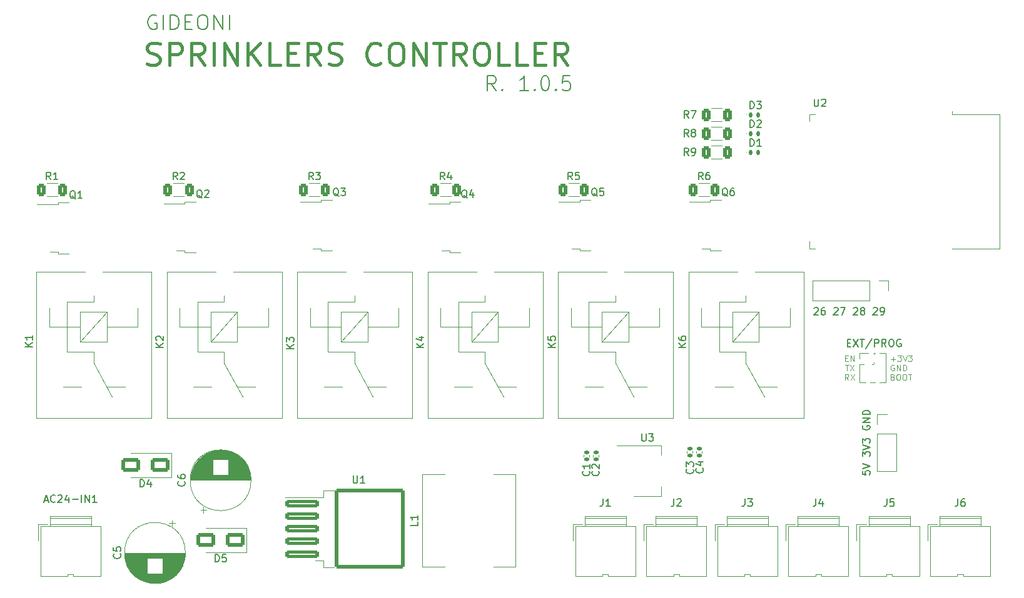
<source format=gbr>
%TF.GenerationSoftware,KiCad,Pcbnew,7.0.8*%
%TF.CreationDate,2023-10-12T20:46:22+03:00*%
%TF.ProjectId,sprinklers,73707269-6e6b-46c6-9572-732e6b696361,1.0.5*%
%TF.SameCoordinates,Original*%
%TF.FileFunction,Legend,Top*%
%TF.FilePolarity,Positive*%
%FSLAX46Y46*%
G04 Gerber Fmt 4.6, Leading zero omitted, Abs format (unit mm)*
G04 Created by KiCad (PCBNEW 7.0.8) date 2023-10-12 20:46:22*
%MOMM*%
%LPD*%
G01*
G04 APERTURE LIST*
G04 Aperture macros list*
%AMRoundRect*
0 Rectangle with rounded corners*
0 $1 Rounding radius*
0 $2 $3 $4 $5 $6 $7 $8 $9 X,Y pos of 4 corners*
0 Add a 4 corners polygon primitive as box body*
4,1,4,$2,$3,$4,$5,$6,$7,$8,$9,$2,$3,0*
0 Add four circle primitives for the rounded corners*
1,1,$1+$1,$2,$3*
1,1,$1+$1,$4,$5*
1,1,$1+$1,$6,$7*
1,1,$1+$1,$8,$9*
0 Add four rect primitives between the rounded corners*
20,1,$1+$1,$2,$3,$4,$5,0*
20,1,$1+$1,$4,$5,$6,$7,0*
20,1,$1+$1,$6,$7,$8,$9,0*
20,1,$1+$1,$8,$9,$2,$3,0*%
G04 Aperture macros list end*
%ADD10C,0.125000*%
%ADD11C,0.400000*%
%ADD12C,0.150000*%
%ADD13C,0.120000*%
%ADD14C,0.100000*%
%ADD15C,3.000000*%
%ADD16C,2.500000*%
%ADD17R,2.200000X1.200000*%
%ADD18R,6.400000X5.800000*%
%ADD19RoundRect,0.147500X-0.147500X-0.172500X0.147500X-0.172500X0.147500X0.172500X-0.147500X0.172500X0*%
%ADD20R,1.700000X1.700000*%
%ADD21O,1.700000X1.700000*%
%ADD22RoundRect,0.140000X0.170000X-0.140000X0.170000X0.140000X-0.170000X0.140000X-0.170000X-0.140000X0*%
%ADD23R,0.900000X1.500000*%
%ADD24R,1.500000X0.900000*%
%ADD25C,0.600000*%
%ADD26R,3.800000X3.800000*%
%ADD27RoundRect,0.250000X-2.050000X-0.300000X2.050000X-0.300000X2.050000X0.300000X-2.050000X0.300000X0*%
%ADD28RoundRect,0.250002X-4.449998X-5.149998X4.449998X-5.149998X4.449998X5.149998X-4.449998X5.149998X0*%
%ADD29R,1.600000X1.600000*%
%ADD30C,1.600000*%
%ADD31R,3.000000X3.000000*%
%ADD32RoundRect,0.250000X-0.312500X-0.625000X0.312500X-0.625000X0.312500X0.625000X-0.312500X0.625000X0*%
%ADD33R,2.000000X1.500000*%
%ADD34R,2.000000X3.800000*%
%ADD35RoundRect,0.250000X1.000000X0.650000X-1.000000X0.650000X-1.000000X-0.650000X1.000000X-0.650000X0*%
%ADD36R,1.000000X1.000000*%
%ADD37O,1.000000X1.000000*%
%ADD38R,5.400000X2.900000*%
G04 APERTURE END LIST*
D10*
X121813833Y44058362D02*
X121547166Y44439315D01*
X121356690Y44058362D02*
X121356690Y44858362D01*
X121356690Y44858362D02*
X121661452Y44858362D01*
X121661452Y44858362D02*
X121737642Y44820267D01*
X121737642Y44820267D02*
X121775737Y44782172D01*
X121775737Y44782172D02*
X121813833Y44705981D01*
X121813833Y44705981D02*
X121813833Y44591696D01*
X121813833Y44591696D02*
X121775737Y44515505D01*
X121775737Y44515505D02*
X121737642Y44477410D01*
X121737642Y44477410D02*
X121661452Y44439315D01*
X121661452Y44439315D02*
X121356690Y44439315D01*
X122080499Y44858362D02*
X122613833Y44058362D01*
X122613833Y44858362D02*
X122080499Y44058362D01*
D11*
X26900002Y86890800D02*
X27328574Y86747943D01*
X27328574Y86747943D02*
X28042859Y86747943D01*
X28042859Y86747943D02*
X28328574Y86890800D01*
X28328574Y86890800D02*
X28471431Y87033658D01*
X28471431Y87033658D02*
X28614288Y87319372D01*
X28614288Y87319372D02*
X28614288Y87605086D01*
X28614288Y87605086D02*
X28471431Y87890800D01*
X28471431Y87890800D02*
X28328574Y88033658D01*
X28328574Y88033658D02*
X28042859Y88176515D01*
X28042859Y88176515D02*
X27471431Y88319372D01*
X27471431Y88319372D02*
X27185716Y88462229D01*
X27185716Y88462229D02*
X27042859Y88605086D01*
X27042859Y88605086D02*
X26900002Y88890800D01*
X26900002Y88890800D02*
X26900002Y89176515D01*
X26900002Y89176515D02*
X27042859Y89462229D01*
X27042859Y89462229D02*
X27185716Y89605086D01*
X27185716Y89605086D02*
X27471431Y89747943D01*
X27471431Y89747943D02*
X28185716Y89747943D01*
X28185716Y89747943D02*
X28614288Y89605086D01*
X29900002Y86747943D02*
X29900002Y89747943D01*
X29900002Y89747943D02*
X31042859Y89747943D01*
X31042859Y89747943D02*
X31328574Y89605086D01*
X31328574Y89605086D02*
X31471431Y89462229D01*
X31471431Y89462229D02*
X31614288Y89176515D01*
X31614288Y89176515D02*
X31614288Y88747943D01*
X31614288Y88747943D02*
X31471431Y88462229D01*
X31471431Y88462229D02*
X31328574Y88319372D01*
X31328574Y88319372D02*
X31042859Y88176515D01*
X31042859Y88176515D02*
X29900002Y88176515D01*
X34614288Y86747943D02*
X33614288Y88176515D01*
X32900002Y86747943D02*
X32900002Y89747943D01*
X32900002Y89747943D02*
X34042859Y89747943D01*
X34042859Y89747943D02*
X34328574Y89605086D01*
X34328574Y89605086D02*
X34471431Y89462229D01*
X34471431Y89462229D02*
X34614288Y89176515D01*
X34614288Y89176515D02*
X34614288Y88747943D01*
X34614288Y88747943D02*
X34471431Y88462229D01*
X34471431Y88462229D02*
X34328574Y88319372D01*
X34328574Y88319372D02*
X34042859Y88176515D01*
X34042859Y88176515D02*
X32900002Y88176515D01*
X35900002Y86747943D02*
X35900002Y89747943D01*
X37328573Y86747943D02*
X37328573Y89747943D01*
X37328573Y89747943D02*
X39042859Y86747943D01*
X39042859Y86747943D02*
X39042859Y89747943D01*
X40471430Y86747943D02*
X40471430Y89747943D01*
X42185716Y86747943D02*
X40900002Y88462229D01*
X42185716Y89747943D02*
X40471430Y88033658D01*
X44900002Y86747943D02*
X43471430Y86747943D01*
X43471430Y86747943D02*
X43471430Y89747943D01*
X45900001Y88319372D02*
X46900001Y88319372D01*
X47328573Y86747943D02*
X45900001Y86747943D01*
X45900001Y86747943D02*
X45900001Y89747943D01*
X45900001Y89747943D02*
X47328573Y89747943D01*
X50328573Y86747943D02*
X49328573Y88176515D01*
X48614287Y86747943D02*
X48614287Y89747943D01*
X48614287Y89747943D02*
X49757144Y89747943D01*
X49757144Y89747943D02*
X50042859Y89605086D01*
X50042859Y89605086D02*
X50185716Y89462229D01*
X50185716Y89462229D02*
X50328573Y89176515D01*
X50328573Y89176515D02*
X50328573Y88747943D01*
X50328573Y88747943D02*
X50185716Y88462229D01*
X50185716Y88462229D02*
X50042859Y88319372D01*
X50042859Y88319372D02*
X49757144Y88176515D01*
X49757144Y88176515D02*
X48614287Y88176515D01*
X51471430Y86890800D02*
X51900002Y86747943D01*
X51900002Y86747943D02*
X52614287Y86747943D01*
X52614287Y86747943D02*
X52900002Y86890800D01*
X52900002Y86890800D02*
X53042859Y87033658D01*
X53042859Y87033658D02*
X53185716Y87319372D01*
X53185716Y87319372D02*
X53185716Y87605086D01*
X53185716Y87605086D02*
X53042859Y87890800D01*
X53042859Y87890800D02*
X52900002Y88033658D01*
X52900002Y88033658D02*
X52614287Y88176515D01*
X52614287Y88176515D02*
X52042859Y88319372D01*
X52042859Y88319372D02*
X51757144Y88462229D01*
X51757144Y88462229D02*
X51614287Y88605086D01*
X51614287Y88605086D02*
X51471430Y88890800D01*
X51471430Y88890800D02*
X51471430Y89176515D01*
X51471430Y89176515D02*
X51614287Y89462229D01*
X51614287Y89462229D02*
X51757144Y89605086D01*
X51757144Y89605086D02*
X52042859Y89747943D01*
X52042859Y89747943D02*
X52757144Y89747943D01*
X52757144Y89747943D02*
X53185716Y89605086D01*
X58471430Y87033658D02*
X58328573Y86890800D01*
X58328573Y86890800D02*
X57900001Y86747943D01*
X57900001Y86747943D02*
X57614287Y86747943D01*
X57614287Y86747943D02*
X57185716Y86890800D01*
X57185716Y86890800D02*
X56900001Y87176515D01*
X56900001Y87176515D02*
X56757144Y87462229D01*
X56757144Y87462229D02*
X56614287Y88033658D01*
X56614287Y88033658D02*
X56614287Y88462229D01*
X56614287Y88462229D02*
X56757144Y89033658D01*
X56757144Y89033658D02*
X56900001Y89319372D01*
X56900001Y89319372D02*
X57185716Y89605086D01*
X57185716Y89605086D02*
X57614287Y89747943D01*
X57614287Y89747943D02*
X57900001Y89747943D01*
X57900001Y89747943D02*
X58328573Y89605086D01*
X58328573Y89605086D02*
X58471430Y89462229D01*
X60328573Y89747943D02*
X60900001Y89747943D01*
X60900001Y89747943D02*
X61185716Y89605086D01*
X61185716Y89605086D02*
X61471430Y89319372D01*
X61471430Y89319372D02*
X61614287Y88747943D01*
X61614287Y88747943D02*
X61614287Y87747943D01*
X61614287Y87747943D02*
X61471430Y87176515D01*
X61471430Y87176515D02*
X61185716Y86890800D01*
X61185716Y86890800D02*
X60900001Y86747943D01*
X60900001Y86747943D02*
X60328573Y86747943D01*
X60328573Y86747943D02*
X60042859Y86890800D01*
X60042859Y86890800D02*
X59757144Y87176515D01*
X59757144Y87176515D02*
X59614287Y87747943D01*
X59614287Y87747943D02*
X59614287Y88747943D01*
X59614287Y88747943D02*
X59757144Y89319372D01*
X59757144Y89319372D02*
X60042859Y89605086D01*
X60042859Y89605086D02*
X60328573Y89747943D01*
X62900001Y86747943D02*
X62900001Y89747943D01*
X62900001Y89747943D02*
X64614287Y86747943D01*
X64614287Y86747943D02*
X64614287Y89747943D01*
X65614287Y89747943D02*
X67328573Y89747943D01*
X66471430Y86747943D02*
X66471430Y89747943D01*
X70042858Y86747943D02*
X69042858Y88176515D01*
X68328572Y86747943D02*
X68328572Y89747943D01*
X68328572Y89747943D02*
X69471429Y89747943D01*
X69471429Y89747943D02*
X69757144Y89605086D01*
X69757144Y89605086D02*
X69900001Y89462229D01*
X69900001Y89462229D02*
X70042858Y89176515D01*
X70042858Y89176515D02*
X70042858Y88747943D01*
X70042858Y88747943D02*
X69900001Y88462229D01*
X69900001Y88462229D02*
X69757144Y88319372D01*
X69757144Y88319372D02*
X69471429Y88176515D01*
X69471429Y88176515D02*
X68328572Y88176515D01*
X71900001Y89747943D02*
X72471429Y89747943D01*
X72471429Y89747943D02*
X72757144Y89605086D01*
X72757144Y89605086D02*
X73042858Y89319372D01*
X73042858Y89319372D02*
X73185715Y88747943D01*
X73185715Y88747943D02*
X73185715Y87747943D01*
X73185715Y87747943D02*
X73042858Y87176515D01*
X73042858Y87176515D02*
X72757144Y86890800D01*
X72757144Y86890800D02*
X72471429Y86747943D01*
X72471429Y86747943D02*
X71900001Y86747943D01*
X71900001Y86747943D02*
X71614287Y86890800D01*
X71614287Y86890800D02*
X71328572Y87176515D01*
X71328572Y87176515D02*
X71185715Y87747943D01*
X71185715Y87747943D02*
X71185715Y88747943D01*
X71185715Y88747943D02*
X71328572Y89319372D01*
X71328572Y89319372D02*
X71614287Y89605086D01*
X71614287Y89605086D02*
X71900001Y89747943D01*
X75900001Y86747943D02*
X74471429Y86747943D01*
X74471429Y86747943D02*
X74471429Y89747943D01*
X78328572Y86747943D02*
X76900000Y86747943D01*
X76900000Y86747943D02*
X76900000Y89747943D01*
X79328571Y88319372D02*
X80328571Y88319372D01*
X80757143Y86747943D02*
X79328571Y86747943D01*
X79328571Y86747943D02*
X79328571Y89747943D01*
X79328571Y89747943D02*
X80757143Y89747943D01*
X83757143Y86747943D02*
X82757143Y88176515D01*
X82042857Y86747943D02*
X82042857Y89747943D01*
X82042857Y89747943D02*
X83185714Y89747943D01*
X83185714Y89747943D02*
X83471429Y89605086D01*
X83471429Y89605086D02*
X83614286Y89462229D01*
X83614286Y89462229D02*
X83757143Y89176515D01*
X83757143Y89176515D02*
X83757143Y88747943D01*
X83757143Y88747943D02*
X83614286Y88462229D01*
X83614286Y88462229D02*
X83471429Y88319372D01*
X83471429Y88319372D02*
X83185714Y88176515D01*
X83185714Y88176515D02*
X82042857Y88176515D01*
D12*
X74107731Y83289898D02*
X73441064Y84242279D01*
X72964874Y83289898D02*
X72964874Y85289898D01*
X72964874Y85289898D02*
X73726779Y85289898D01*
X73726779Y85289898D02*
X73917255Y85194660D01*
X73917255Y85194660D02*
X74012493Y85099422D01*
X74012493Y85099422D02*
X74107731Y84908946D01*
X74107731Y84908946D02*
X74107731Y84623232D01*
X74107731Y84623232D02*
X74012493Y84432756D01*
X74012493Y84432756D02*
X73917255Y84337517D01*
X73917255Y84337517D02*
X73726779Y84242279D01*
X73726779Y84242279D02*
X72964874Y84242279D01*
X74964874Y83480375D02*
X75060112Y83385136D01*
X75060112Y83385136D02*
X74964874Y83289898D01*
X74964874Y83289898D02*
X74869636Y83385136D01*
X74869636Y83385136D02*
X74964874Y83480375D01*
X74964874Y83480375D02*
X74964874Y83289898D01*
X78488684Y83289898D02*
X77345827Y83289898D01*
X77917255Y83289898D02*
X77917255Y85289898D01*
X77917255Y85289898D02*
X77726779Y85004184D01*
X77726779Y85004184D02*
X77536303Y84813708D01*
X77536303Y84813708D02*
X77345827Y84718470D01*
X79345827Y83480375D02*
X79441065Y83385136D01*
X79441065Y83385136D02*
X79345827Y83289898D01*
X79345827Y83289898D02*
X79250589Y83385136D01*
X79250589Y83385136D02*
X79345827Y83480375D01*
X79345827Y83480375D02*
X79345827Y83289898D01*
X80679160Y85289898D02*
X80869637Y85289898D01*
X80869637Y85289898D02*
X81060113Y85194660D01*
X81060113Y85194660D02*
X81155351Y85099422D01*
X81155351Y85099422D02*
X81250589Y84908946D01*
X81250589Y84908946D02*
X81345827Y84527994D01*
X81345827Y84527994D02*
X81345827Y84051803D01*
X81345827Y84051803D02*
X81250589Y83670851D01*
X81250589Y83670851D02*
X81155351Y83480375D01*
X81155351Y83480375D02*
X81060113Y83385136D01*
X81060113Y83385136D02*
X80869637Y83289898D01*
X80869637Y83289898D02*
X80679160Y83289898D01*
X80679160Y83289898D02*
X80488684Y83385136D01*
X80488684Y83385136D02*
X80393446Y83480375D01*
X80393446Y83480375D02*
X80298208Y83670851D01*
X80298208Y83670851D02*
X80202970Y84051803D01*
X80202970Y84051803D02*
X80202970Y84527994D01*
X80202970Y84527994D02*
X80298208Y84908946D01*
X80298208Y84908946D02*
X80393446Y85099422D01*
X80393446Y85099422D02*
X80488684Y85194660D01*
X80488684Y85194660D02*
X80679160Y85289898D01*
X82202970Y83480375D02*
X82298208Y83385136D01*
X82298208Y83385136D02*
X82202970Y83289898D01*
X82202970Y83289898D02*
X82107732Y83385136D01*
X82107732Y83385136D02*
X82202970Y83480375D01*
X82202970Y83480375D02*
X82202970Y83289898D01*
X84107732Y85289898D02*
X83155351Y85289898D01*
X83155351Y85289898D02*
X83060113Y84337517D01*
X83060113Y84337517D02*
X83155351Y84432756D01*
X83155351Y84432756D02*
X83345827Y84527994D01*
X83345827Y84527994D02*
X83822018Y84527994D01*
X83822018Y84527994D02*
X84012494Y84432756D01*
X84012494Y84432756D02*
X84107732Y84337517D01*
X84107732Y84337517D02*
X84202970Y84147041D01*
X84202970Y84147041D02*
X84202970Y83670851D01*
X84202970Y83670851D02*
X84107732Y83480375D01*
X84107732Y83480375D02*
X84012494Y83385136D01*
X84012494Y83385136D02*
X83822018Y83289898D01*
X83822018Y83289898D02*
X83345827Y83289898D01*
X83345827Y83289898D02*
X83155351Y83385136D01*
X83155351Y83385136D02*
X83060113Y83480375D01*
D10*
X121356689Y47017410D02*
X121623355Y47017410D01*
X121737641Y46598362D02*
X121356689Y46598362D01*
X121356689Y46598362D02*
X121356689Y47398362D01*
X121356689Y47398362D02*
X121737641Y47398362D01*
X122080499Y46598362D02*
X122080499Y47398362D01*
X122080499Y47398362D02*
X122537642Y46598362D01*
X122537642Y46598362D02*
X122537642Y47398362D01*
D12*
X28127667Y93461880D02*
X27937191Y93557118D01*
X27937191Y93557118D02*
X27651477Y93557118D01*
X27651477Y93557118D02*
X27365762Y93461880D01*
X27365762Y93461880D02*
X27175286Y93271404D01*
X27175286Y93271404D02*
X27080048Y93080928D01*
X27080048Y93080928D02*
X26984810Y92699976D01*
X26984810Y92699976D02*
X26984810Y92414261D01*
X26984810Y92414261D02*
X27080048Y92033309D01*
X27080048Y92033309D02*
X27175286Y91842833D01*
X27175286Y91842833D02*
X27365762Y91652356D01*
X27365762Y91652356D02*
X27651477Y91557118D01*
X27651477Y91557118D02*
X27841953Y91557118D01*
X27841953Y91557118D02*
X28127667Y91652356D01*
X28127667Y91652356D02*
X28222905Y91747595D01*
X28222905Y91747595D02*
X28222905Y92414261D01*
X28222905Y92414261D02*
X27841953Y92414261D01*
X29080048Y91557118D02*
X29080048Y93557118D01*
X30032429Y91557118D02*
X30032429Y93557118D01*
X30032429Y93557118D02*
X30508619Y93557118D01*
X30508619Y93557118D02*
X30794334Y93461880D01*
X30794334Y93461880D02*
X30984810Y93271404D01*
X30984810Y93271404D02*
X31080048Y93080928D01*
X31080048Y93080928D02*
X31175286Y92699976D01*
X31175286Y92699976D02*
X31175286Y92414261D01*
X31175286Y92414261D02*
X31080048Y92033309D01*
X31080048Y92033309D02*
X30984810Y91842833D01*
X30984810Y91842833D02*
X30794334Y91652356D01*
X30794334Y91652356D02*
X30508619Y91557118D01*
X30508619Y91557118D02*
X30032429Y91557118D01*
X32032429Y92604737D02*
X32699096Y92604737D01*
X32984810Y91557118D02*
X32032429Y91557118D01*
X32032429Y91557118D02*
X32032429Y93557118D01*
X32032429Y93557118D02*
X32984810Y93557118D01*
X34222905Y93557118D02*
X34603858Y93557118D01*
X34603858Y93557118D02*
X34794334Y93461880D01*
X34794334Y93461880D02*
X34984810Y93271404D01*
X34984810Y93271404D02*
X35080048Y92890452D01*
X35080048Y92890452D02*
X35080048Y92223785D01*
X35080048Y92223785D02*
X34984810Y91842833D01*
X34984810Y91842833D02*
X34794334Y91652356D01*
X34794334Y91652356D02*
X34603858Y91557118D01*
X34603858Y91557118D02*
X34222905Y91557118D01*
X34222905Y91557118D02*
X34032429Y91652356D01*
X34032429Y91652356D02*
X33841953Y91842833D01*
X33841953Y91842833D02*
X33746715Y92223785D01*
X33746715Y92223785D02*
X33746715Y92890452D01*
X33746715Y92890452D02*
X33841953Y93271404D01*
X33841953Y93271404D02*
X34032429Y93461880D01*
X34032429Y93461880D02*
X34222905Y93557118D01*
X35937191Y91557118D02*
X35937191Y93557118D01*
X35937191Y93557118D02*
X37080048Y91557118D01*
X37080048Y91557118D02*
X37080048Y93557118D01*
X38032429Y91557118D02*
X38032429Y93557118D01*
D10*
X121385261Y46128362D02*
X121842404Y46128362D01*
X121613832Y45328362D02*
X121613832Y46128362D01*
X122032880Y46128362D02*
X122566214Y45328362D01*
X122566214Y46128362D02*
X122032880Y45328362D01*
X127540174Y46903124D02*
X128149698Y46903124D01*
X127844936Y46598362D02*
X127844936Y47207886D01*
X128454459Y47398362D02*
X128949697Y47398362D01*
X128949697Y47398362D02*
X128683031Y47093600D01*
X128683031Y47093600D02*
X128797316Y47093600D01*
X128797316Y47093600D02*
X128873507Y47055505D01*
X128873507Y47055505D02*
X128911602Y47017410D01*
X128911602Y47017410D02*
X128949697Y46941219D01*
X128949697Y46941219D02*
X128949697Y46750743D01*
X128949697Y46750743D02*
X128911602Y46674553D01*
X128911602Y46674553D02*
X128873507Y46636457D01*
X128873507Y46636457D02*
X128797316Y46598362D01*
X128797316Y46598362D02*
X128568745Y46598362D01*
X128568745Y46598362D02*
X128492554Y46636457D01*
X128492554Y46636457D02*
X128454459Y46674553D01*
X129178269Y47398362D02*
X129444936Y46598362D01*
X129444936Y46598362D02*
X129711602Y47398362D01*
X129902078Y47398362D02*
X130397316Y47398362D01*
X130397316Y47398362D02*
X130130650Y47093600D01*
X130130650Y47093600D02*
X130244935Y47093600D01*
X130244935Y47093600D02*
X130321126Y47055505D01*
X130321126Y47055505D02*
X130359221Y47017410D01*
X130359221Y47017410D02*
X130397316Y46941219D01*
X130397316Y46941219D02*
X130397316Y46750743D01*
X130397316Y46750743D02*
X130359221Y46674553D01*
X130359221Y46674553D02*
X130321126Y46636457D01*
X130321126Y46636457D02*
X130244935Y46598362D01*
X130244935Y46598362D02*
X130016364Y46598362D01*
X130016364Y46598362D02*
X129940173Y46636457D01*
X129940173Y46636457D02*
X129902078Y46674553D01*
X127984485Y46090267D02*
X127908295Y46128362D01*
X127908295Y46128362D02*
X127794009Y46128362D01*
X127794009Y46128362D02*
X127679723Y46090267D01*
X127679723Y46090267D02*
X127603533Y46014077D01*
X127603533Y46014077D02*
X127565438Y45937886D01*
X127565438Y45937886D02*
X127527342Y45785505D01*
X127527342Y45785505D02*
X127527342Y45671219D01*
X127527342Y45671219D02*
X127565438Y45518838D01*
X127565438Y45518838D02*
X127603533Y45442648D01*
X127603533Y45442648D02*
X127679723Y45366457D01*
X127679723Y45366457D02*
X127794009Y45328362D01*
X127794009Y45328362D02*
X127870200Y45328362D01*
X127870200Y45328362D02*
X127984485Y45366457D01*
X127984485Y45366457D02*
X128022581Y45404553D01*
X128022581Y45404553D02*
X128022581Y45671219D01*
X128022581Y45671219D02*
X127870200Y45671219D01*
X128365438Y45328362D02*
X128365438Y46128362D01*
X128365438Y46128362D02*
X128822581Y45328362D01*
X128822581Y45328362D02*
X128822581Y46128362D01*
X129203533Y45328362D02*
X129203533Y46128362D01*
X129203533Y46128362D02*
X129394009Y46128362D01*
X129394009Y46128362D02*
X129508295Y46090267D01*
X129508295Y46090267D02*
X129584485Y46014077D01*
X129584485Y46014077D02*
X129622580Y45937886D01*
X129622580Y45937886D02*
X129660676Y45785505D01*
X129660676Y45785505D02*
X129660676Y45671219D01*
X129660676Y45671219D02*
X129622580Y45518838D01*
X129622580Y45518838D02*
X129584485Y45442648D01*
X129584485Y45442648D02*
X129508295Y45366457D01*
X129508295Y45366457D02*
X129394009Y45328362D01*
X129394009Y45328362D02*
X129203533Y45328362D01*
X127806840Y44477410D02*
X127921126Y44439315D01*
X127921126Y44439315D02*
X127959221Y44401219D01*
X127959221Y44401219D02*
X127997317Y44325029D01*
X127997317Y44325029D02*
X127997317Y44210743D01*
X127997317Y44210743D02*
X127959221Y44134553D01*
X127959221Y44134553D02*
X127921126Y44096457D01*
X127921126Y44096457D02*
X127844936Y44058362D01*
X127844936Y44058362D02*
X127540174Y44058362D01*
X127540174Y44058362D02*
X127540174Y44858362D01*
X127540174Y44858362D02*
X127806840Y44858362D01*
X127806840Y44858362D02*
X127883031Y44820267D01*
X127883031Y44820267D02*
X127921126Y44782172D01*
X127921126Y44782172D02*
X127959221Y44705981D01*
X127959221Y44705981D02*
X127959221Y44629791D01*
X127959221Y44629791D02*
X127921126Y44553600D01*
X127921126Y44553600D02*
X127883031Y44515505D01*
X127883031Y44515505D02*
X127806840Y44477410D01*
X127806840Y44477410D02*
X127540174Y44477410D01*
X128492555Y44858362D02*
X128644936Y44858362D01*
X128644936Y44858362D02*
X128721126Y44820267D01*
X128721126Y44820267D02*
X128797317Y44744077D01*
X128797317Y44744077D02*
X128835412Y44591696D01*
X128835412Y44591696D02*
X128835412Y44325029D01*
X128835412Y44325029D02*
X128797317Y44172648D01*
X128797317Y44172648D02*
X128721126Y44096457D01*
X128721126Y44096457D02*
X128644936Y44058362D01*
X128644936Y44058362D02*
X128492555Y44058362D01*
X128492555Y44058362D02*
X128416364Y44096457D01*
X128416364Y44096457D02*
X128340174Y44172648D01*
X128340174Y44172648D02*
X128302078Y44325029D01*
X128302078Y44325029D02*
X128302078Y44591696D01*
X128302078Y44591696D02*
X128340174Y44744077D01*
X128340174Y44744077D02*
X128416364Y44820267D01*
X128416364Y44820267D02*
X128492555Y44858362D01*
X129330650Y44858362D02*
X129483031Y44858362D01*
X129483031Y44858362D02*
X129559221Y44820267D01*
X129559221Y44820267D02*
X129635412Y44744077D01*
X129635412Y44744077D02*
X129673507Y44591696D01*
X129673507Y44591696D02*
X129673507Y44325029D01*
X129673507Y44325029D02*
X129635412Y44172648D01*
X129635412Y44172648D02*
X129559221Y44096457D01*
X129559221Y44096457D02*
X129483031Y44058362D01*
X129483031Y44058362D02*
X129330650Y44058362D01*
X129330650Y44058362D02*
X129254459Y44096457D01*
X129254459Y44096457D02*
X129178269Y44172648D01*
X129178269Y44172648D02*
X129140173Y44325029D01*
X129140173Y44325029D02*
X129140173Y44591696D01*
X129140173Y44591696D02*
X129178269Y44744077D01*
X129178269Y44744077D02*
X129254459Y44820267D01*
X129254459Y44820267D02*
X129330650Y44858362D01*
X129902078Y44858362D02*
X130359221Y44858362D01*
X130130649Y44058362D02*
X130130649Y44858362D01*
D12*
X64328338Y48447120D02*
X63328338Y48447120D01*
X64328338Y49018548D02*
X63756909Y48589977D01*
X63328338Y49018548D02*
X63899766Y48447120D01*
X63661671Y49875691D02*
X64328338Y49875691D01*
X63280719Y49637596D02*
X63995004Y49399501D01*
X63995004Y49399501D02*
X63995004Y50018548D01*
X34334761Y68719943D02*
X34239523Y68767562D01*
X34239523Y68767562D02*
X34144285Y68862800D01*
X34144285Y68862800D02*
X34001428Y69005658D01*
X34001428Y69005658D02*
X33906190Y69053277D01*
X33906190Y69053277D02*
X33810952Y69053277D01*
X33858571Y68815181D02*
X33763333Y68862800D01*
X33763333Y68862800D02*
X33668095Y68958039D01*
X33668095Y68958039D02*
X33620476Y69148515D01*
X33620476Y69148515D02*
X33620476Y69481848D01*
X33620476Y69481848D02*
X33668095Y69672324D01*
X33668095Y69672324D02*
X33763333Y69767562D01*
X33763333Y69767562D02*
X33858571Y69815181D01*
X33858571Y69815181D02*
X34049047Y69815181D01*
X34049047Y69815181D02*
X34144285Y69767562D01*
X34144285Y69767562D02*
X34239523Y69672324D01*
X34239523Y69672324D02*
X34287142Y69481848D01*
X34287142Y69481848D02*
X34287142Y69148515D01*
X34287142Y69148515D02*
X34239523Y68958039D01*
X34239523Y68958039D02*
X34144285Y68862800D01*
X34144285Y68862800D02*
X34049047Y68815181D01*
X34049047Y68815181D02*
X33858571Y68815181D01*
X34668095Y69719943D02*
X34715714Y69767562D01*
X34715714Y69767562D02*
X34810952Y69815181D01*
X34810952Y69815181D02*
X35049047Y69815181D01*
X35049047Y69815181D02*
X35144285Y69767562D01*
X35144285Y69767562D02*
X35191904Y69719943D01*
X35191904Y69719943D02*
X35239523Y69624705D01*
X35239523Y69624705D02*
X35239523Y69529467D01*
X35239523Y69529467D02*
X35191904Y69386610D01*
X35191904Y69386610D02*
X34620476Y68815181D01*
X34620476Y68815181D02*
X35239523Y68815181D01*
X105454761Y68979943D02*
X105359523Y69027562D01*
X105359523Y69027562D02*
X105264285Y69122800D01*
X105264285Y69122800D02*
X105121428Y69265658D01*
X105121428Y69265658D02*
X105026190Y69313277D01*
X105026190Y69313277D02*
X104930952Y69313277D01*
X104978571Y69075181D02*
X104883333Y69122800D01*
X104883333Y69122800D02*
X104788095Y69218039D01*
X104788095Y69218039D02*
X104740476Y69408515D01*
X104740476Y69408515D02*
X104740476Y69741848D01*
X104740476Y69741848D02*
X104788095Y69932324D01*
X104788095Y69932324D02*
X104883333Y70027562D01*
X104883333Y70027562D02*
X104978571Y70075181D01*
X104978571Y70075181D02*
X105169047Y70075181D01*
X105169047Y70075181D02*
X105264285Y70027562D01*
X105264285Y70027562D02*
X105359523Y69932324D01*
X105359523Y69932324D02*
X105407142Y69741848D01*
X105407142Y69741848D02*
X105407142Y69408515D01*
X105407142Y69408515D02*
X105359523Y69218039D01*
X105359523Y69218039D02*
X105264285Y69122800D01*
X105264285Y69122800D02*
X105169047Y69075181D01*
X105169047Y69075181D02*
X104978571Y69075181D01*
X106264285Y70075181D02*
X106073809Y70075181D01*
X106073809Y70075181D02*
X105978571Y70027562D01*
X105978571Y70027562D02*
X105930952Y69979943D01*
X105930952Y69979943D02*
X105835714Y69837086D01*
X105835714Y69837086D02*
X105788095Y69646610D01*
X105788095Y69646610D02*
X105788095Y69265658D01*
X105788095Y69265658D02*
X105835714Y69170420D01*
X105835714Y69170420D02*
X105883333Y69122800D01*
X105883333Y69122800D02*
X105978571Y69075181D01*
X105978571Y69075181D02*
X106169047Y69075181D01*
X106169047Y69075181D02*
X106264285Y69122800D01*
X106264285Y69122800D02*
X106311904Y69170420D01*
X106311904Y69170420D02*
X106359523Y69265658D01*
X106359523Y69265658D02*
X106359523Y69503753D01*
X106359523Y69503753D02*
X106311904Y69598991D01*
X106311904Y69598991D02*
X106264285Y69646610D01*
X106264285Y69646610D02*
X106169047Y69694229D01*
X106169047Y69694229D02*
X105978571Y69694229D01*
X105978571Y69694229D02*
X105883333Y69646610D01*
X105883333Y69646610D02*
X105835714Y69598991D01*
X105835714Y69598991D02*
X105788095Y69503753D01*
X108481905Y80825181D02*
X108481905Y81825181D01*
X108481905Y81825181D02*
X108720000Y81825181D01*
X108720000Y81825181D02*
X108862857Y81777562D01*
X108862857Y81777562D02*
X108958095Y81682324D01*
X108958095Y81682324D02*
X109005714Y81587086D01*
X109005714Y81587086D02*
X109053333Y81396610D01*
X109053333Y81396610D02*
X109053333Y81253753D01*
X109053333Y81253753D02*
X109005714Y81063277D01*
X109005714Y81063277D02*
X108958095Y80968039D01*
X108958095Y80968039D02*
X108862857Y80872800D01*
X108862857Y80872800D02*
X108720000Y80825181D01*
X108720000Y80825181D02*
X108481905Y80825181D01*
X109386667Y81825181D02*
X110005714Y81825181D01*
X110005714Y81825181D02*
X109672381Y81444229D01*
X109672381Y81444229D02*
X109815238Y81444229D01*
X109815238Y81444229D02*
X109910476Y81396610D01*
X109910476Y81396610D02*
X109958095Y81348991D01*
X109958095Y81348991D02*
X110005714Y81253753D01*
X110005714Y81253753D02*
X110005714Y81015658D01*
X110005714Y81015658D02*
X109958095Y80920420D01*
X109958095Y80920420D02*
X109910476Y80872800D01*
X109910476Y80872800D02*
X109815238Y80825181D01*
X109815238Y80825181D02*
X109529524Y80825181D01*
X109529524Y80825181D02*
X109434286Y80872800D01*
X109434286Y80872800D02*
X109386667Y80920420D01*
X117158095Y53789943D02*
X117205714Y53837562D01*
X117205714Y53837562D02*
X117300952Y53885181D01*
X117300952Y53885181D02*
X117539047Y53885181D01*
X117539047Y53885181D02*
X117634285Y53837562D01*
X117634285Y53837562D02*
X117681904Y53789943D01*
X117681904Y53789943D02*
X117729523Y53694705D01*
X117729523Y53694705D02*
X117729523Y53599467D01*
X117729523Y53599467D02*
X117681904Y53456610D01*
X117681904Y53456610D02*
X117110476Y52885181D01*
X117110476Y52885181D02*
X117729523Y52885181D01*
X118586666Y53885181D02*
X118396190Y53885181D01*
X118396190Y53885181D02*
X118300952Y53837562D01*
X118300952Y53837562D02*
X118253333Y53789943D01*
X118253333Y53789943D02*
X118158095Y53647086D01*
X118158095Y53647086D02*
X118110476Y53456610D01*
X118110476Y53456610D02*
X118110476Y53075658D01*
X118110476Y53075658D02*
X118158095Y52980420D01*
X118158095Y52980420D02*
X118205714Y52932800D01*
X118205714Y52932800D02*
X118300952Y52885181D01*
X118300952Y52885181D02*
X118491428Y52885181D01*
X118491428Y52885181D02*
X118586666Y52932800D01*
X118586666Y52932800D02*
X118634285Y52980420D01*
X118634285Y52980420D02*
X118681904Y53075658D01*
X118681904Y53075658D02*
X118681904Y53313753D01*
X118681904Y53313753D02*
X118634285Y53408991D01*
X118634285Y53408991D02*
X118586666Y53456610D01*
X118586666Y53456610D02*
X118491428Y53504229D01*
X118491428Y53504229D02*
X118300952Y53504229D01*
X118300952Y53504229D02*
X118205714Y53456610D01*
X118205714Y53456610D02*
X118158095Y53408991D01*
X118158095Y53408991D02*
X118110476Y53313753D01*
X119824762Y53789943D02*
X119872381Y53837562D01*
X119872381Y53837562D02*
X119967619Y53885181D01*
X119967619Y53885181D02*
X120205714Y53885181D01*
X120205714Y53885181D02*
X120300952Y53837562D01*
X120300952Y53837562D02*
X120348571Y53789943D01*
X120348571Y53789943D02*
X120396190Y53694705D01*
X120396190Y53694705D02*
X120396190Y53599467D01*
X120396190Y53599467D02*
X120348571Y53456610D01*
X120348571Y53456610D02*
X119777143Y52885181D01*
X119777143Y52885181D02*
X120396190Y52885181D01*
X120729524Y53885181D02*
X121396190Y53885181D01*
X121396190Y53885181D02*
X120967619Y52885181D01*
X122491429Y53789943D02*
X122539048Y53837562D01*
X122539048Y53837562D02*
X122634286Y53885181D01*
X122634286Y53885181D02*
X122872381Y53885181D01*
X122872381Y53885181D02*
X122967619Y53837562D01*
X122967619Y53837562D02*
X123015238Y53789943D01*
X123015238Y53789943D02*
X123062857Y53694705D01*
X123062857Y53694705D02*
X123062857Y53599467D01*
X123062857Y53599467D02*
X123015238Y53456610D01*
X123015238Y53456610D02*
X122443810Y52885181D01*
X122443810Y52885181D02*
X123062857Y52885181D01*
X123634286Y53456610D02*
X123539048Y53504229D01*
X123539048Y53504229D02*
X123491429Y53551848D01*
X123491429Y53551848D02*
X123443810Y53647086D01*
X123443810Y53647086D02*
X123443810Y53694705D01*
X123443810Y53694705D02*
X123491429Y53789943D01*
X123491429Y53789943D02*
X123539048Y53837562D01*
X123539048Y53837562D02*
X123634286Y53885181D01*
X123634286Y53885181D02*
X123824762Y53885181D01*
X123824762Y53885181D02*
X123920000Y53837562D01*
X123920000Y53837562D02*
X123967619Y53789943D01*
X123967619Y53789943D02*
X124015238Y53694705D01*
X124015238Y53694705D02*
X124015238Y53647086D01*
X124015238Y53647086D02*
X123967619Y53551848D01*
X123967619Y53551848D02*
X123920000Y53504229D01*
X123920000Y53504229D02*
X123824762Y53456610D01*
X123824762Y53456610D02*
X123634286Y53456610D01*
X123634286Y53456610D02*
X123539048Y53408991D01*
X123539048Y53408991D02*
X123491429Y53361372D01*
X123491429Y53361372D02*
X123443810Y53266134D01*
X123443810Y53266134D02*
X123443810Y53075658D01*
X123443810Y53075658D02*
X123491429Y52980420D01*
X123491429Y52980420D02*
X123539048Y52932800D01*
X123539048Y52932800D02*
X123634286Y52885181D01*
X123634286Y52885181D02*
X123824762Y52885181D01*
X123824762Y52885181D02*
X123920000Y52932800D01*
X123920000Y52932800D02*
X123967619Y52980420D01*
X123967619Y52980420D02*
X124015238Y53075658D01*
X124015238Y53075658D02*
X124015238Y53266134D01*
X124015238Y53266134D02*
X123967619Y53361372D01*
X123967619Y53361372D02*
X123920000Y53408991D01*
X123920000Y53408991D02*
X123824762Y53456610D01*
X125158096Y53789943D02*
X125205715Y53837562D01*
X125205715Y53837562D02*
X125300953Y53885181D01*
X125300953Y53885181D02*
X125539048Y53885181D01*
X125539048Y53885181D02*
X125634286Y53837562D01*
X125634286Y53837562D02*
X125681905Y53789943D01*
X125681905Y53789943D02*
X125729524Y53694705D01*
X125729524Y53694705D02*
X125729524Y53599467D01*
X125729524Y53599467D02*
X125681905Y53456610D01*
X125681905Y53456610D02*
X125110477Y52885181D01*
X125110477Y52885181D02*
X125729524Y52885181D01*
X126205715Y52885181D02*
X126396191Y52885181D01*
X126396191Y52885181D02*
X126491429Y52932800D01*
X126491429Y52932800D02*
X126539048Y52980420D01*
X126539048Y52980420D02*
X126634286Y53123277D01*
X126634286Y53123277D02*
X126681905Y53313753D01*
X126681905Y53313753D02*
X126681905Y53694705D01*
X126681905Y53694705D02*
X126634286Y53789943D01*
X126634286Y53789943D02*
X126586667Y53837562D01*
X126586667Y53837562D02*
X126491429Y53885181D01*
X126491429Y53885181D02*
X126300953Y53885181D01*
X126300953Y53885181D02*
X126205715Y53837562D01*
X126205715Y53837562D02*
X126158096Y53789943D01*
X126158096Y53789943D02*
X126110477Y53694705D01*
X126110477Y53694705D02*
X126110477Y53456610D01*
X126110477Y53456610D02*
X126158096Y53361372D01*
X126158096Y53361372D02*
X126205715Y53313753D01*
X126205715Y53313753D02*
X126300953Y53266134D01*
X126300953Y53266134D02*
X126491429Y53266134D01*
X126491429Y53266134D02*
X126586667Y53313753D01*
X126586667Y53313753D02*
X126634286Y53361372D01*
X126634286Y53361372D02*
X126681905Y53456610D01*
X102064876Y32107165D02*
X102112496Y32059546D01*
X102112496Y32059546D02*
X102160115Y31916689D01*
X102160115Y31916689D02*
X102160115Y31821451D01*
X102160115Y31821451D02*
X102112496Y31678594D01*
X102112496Y31678594D02*
X102017257Y31583356D01*
X102017257Y31583356D02*
X101922019Y31535737D01*
X101922019Y31535737D02*
X101731543Y31488118D01*
X101731543Y31488118D02*
X101588686Y31488118D01*
X101588686Y31488118D02*
X101398210Y31535737D01*
X101398210Y31535737D02*
X101302972Y31583356D01*
X101302972Y31583356D02*
X101207734Y31678594D01*
X101207734Y31678594D02*
X101160115Y31821451D01*
X101160115Y31821451D02*
X101160115Y31916689D01*
X101160115Y31916689D02*
X101207734Y32059546D01*
X101207734Y32059546D02*
X101255353Y32107165D01*
X101493448Y32964308D02*
X102160115Y32964308D01*
X101112496Y32726213D02*
X101826781Y32488118D01*
X101826781Y32488118D02*
X101826781Y33107165D01*
X86697694Y31709158D02*
X86745314Y31661539D01*
X86745314Y31661539D02*
X86792933Y31518682D01*
X86792933Y31518682D02*
X86792933Y31423444D01*
X86792933Y31423444D02*
X86745314Y31280587D01*
X86745314Y31280587D02*
X86650075Y31185349D01*
X86650075Y31185349D02*
X86554837Y31137730D01*
X86554837Y31137730D02*
X86364361Y31090111D01*
X86364361Y31090111D02*
X86221504Y31090111D01*
X86221504Y31090111D02*
X86031028Y31137730D01*
X86031028Y31137730D02*
X85935790Y31185349D01*
X85935790Y31185349D02*
X85840552Y31280587D01*
X85840552Y31280587D02*
X85792933Y31423444D01*
X85792933Y31423444D02*
X85792933Y31518682D01*
X85792933Y31518682D02*
X85840552Y31661539D01*
X85840552Y31661539D02*
X85888171Y31709158D01*
X86792933Y32661539D02*
X86792933Y32090111D01*
X86792933Y32375825D02*
X85792933Y32375825D01*
X85792933Y32375825D02*
X85935790Y32280587D01*
X85935790Y32280587D02*
X86031028Y32185349D01*
X86031028Y32185349D02*
X86078647Y32090111D01*
X117178095Y82135181D02*
X117178095Y81325658D01*
X117178095Y81325658D02*
X117225714Y81230420D01*
X117225714Y81230420D02*
X117273333Y81182800D01*
X117273333Y81182800D02*
X117368571Y81135181D01*
X117368571Y81135181D02*
X117559047Y81135181D01*
X117559047Y81135181D02*
X117654285Y81182800D01*
X117654285Y81182800D02*
X117701904Y81230420D01*
X117701904Y81230420D02*
X117749523Y81325658D01*
X117749523Y81325658D02*
X117749523Y82135181D01*
X118178095Y82039943D02*
X118225714Y82087562D01*
X118225714Y82087562D02*
X118320952Y82135181D01*
X118320952Y82135181D02*
X118559047Y82135181D01*
X118559047Y82135181D02*
X118654285Y82087562D01*
X118654285Y82087562D02*
X118701904Y82039943D01*
X118701904Y82039943D02*
X118749523Y81944705D01*
X118749523Y81944705D02*
X118749523Y81849467D01*
X118749523Y81849467D02*
X118701904Y81706610D01*
X118701904Y81706610D02*
X118130476Y81135181D01*
X118130476Y81135181D02*
X118749523Y81135181D01*
X11345657Y48574444D02*
X10345657Y48574444D01*
X11345657Y49145872D02*
X10774228Y48717301D01*
X10345657Y49145872D02*
X10917085Y48574444D01*
X11345657Y50098253D02*
X11345657Y49526825D01*
X11345657Y49812539D02*
X10345657Y49812539D01*
X10345657Y49812539D02*
X10488514Y49717301D01*
X10488514Y49717301D02*
X10583752Y49622063D01*
X10583752Y49622063D02*
X10631371Y49526825D01*
X54773095Y31090181D02*
X54773095Y30280658D01*
X54773095Y30280658D02*
X54820714Y30185420D01*
X54820714Y30185420D02*
X54868333Y30137800D01*
X54868333Y30137800D02*
X54963571Y30090181D01*
X54963571Y30090181D02*
X55154047Y30090181D01*
X55154047Y30090181D02*
X55249285Y30137800D01*
X55249285Y30137800D02*
X55296904Y30185420D01*
X55296904Y30185420D02*
X55344523Y30280658D01*
X55344523Y30280658D02*
X55344523Y31090181D01*
X56344523Y30090181D02*
X55773095Y30090181D01*
X56058809Y30090181D02*
X56058809Y31090181D01*
X56058809Y31090181D02*
X55963571Y30947324D01*
X55963571Y30947324D02*
X55868333Y30852086D01*
X55868333Y30852086D02*
X55773095Y30804467D01*
X31939580Y30323334D02*
X31987200Y30275715D01*
X31987200Y30275715D02*
X32034819Y30132858D01*
X32034819Y30132858D02*
X32034819Y30037620D01*
X32034819Y30037620D02*
X31987200Y29894763D01*
X31987200Y29894763D02*
X31891961Y29799525D01*
X31891961Y29799525D02*
X31796723Y29751906D01*
X31796723Y29751906D02*
X31606247Y29704287D01*
X31606247Y29704287D02*
X31463390Y29704287D01*
X31463390Y29704287D02*
X31272914Y29751906D01*
X31272914Y29751906D02*
X31177676Y29799525D01*
X31177676Y29799525D02*
X31082438Y29894763D01*
X31082438Y29894763D02*
X31034819Y30037620D01*
X31034819Y30037620D02*
X31034819Y30132858D01*
X31034819Y30132858D02*
X31082438Y30275715D01*
X31082438Y30275715D02*
X31130057Y30323334D01*
X31034819Y31180477D02*
X31034819Y30990001D01*
X31034819Y30990001D02*
X31082438Y30894763D01*
X31082438Y30894763D02*
X31130057Y30847144D01*
X31130057Y30847144D02*
X31272914Y30751906D01*
X31272914Y30751906D02*
X31463390Y30704287D01*
X31463390Y30704287D02*
X31844342Y30704287D01*
X31844342Y30704287D02*
X31939580Y30751906D01*
X31939580Y30751906D02*
X31987200Y30799525D01*
X31987200Y30799525D02*
X32034819Y30894763D01*
X32034819Y30894763D02*
X32034819Y31085239D01*
X32034819Y31085239D02*
X31987200Y31180477D01*
X31987200Y31180477D02*
X31939580Y31228096D01*
X31939580Y31228096D02*
X31844342Y31275715D01*
X31844342Y31275715D02*
X31606247Y31275715D01*
X31606247Y31275715D02*
X31511009Y31228096D01*
X31511009Y31228096D02*
X31463390Y31180477D01*
X31463390Y31180477D02*
X31415771Y31085239D01*
X31415771Y31085239D02*
X31415771Y30894763D01*
X31415771Y30894763D02*
X31463390Y30799525D01*
X31463390Y30799525D02*
X31511009Y30751906D01*
X31511009Y30751906D02*
X31606247Y30704287D01*
X23225674Y20513311D02*
X23273294Y20465692D01*
X23273294Y20465692D02*
X23320913Y20322835D01*
X23320913Y20322835D02*
X23320913Y20227597D01*
X23320913Y20227597D02*
X23273294Y20084740D01*
X23273294Y20084740D02*
X23178055Y19989502D01*
X23178055Y19989502D02*
X23082817Y19941883D01*
X23082817Y19941883D02*
X22892341Y19894264D01*
X22892341Y19894264D02*
X22749484Y19894264D01*
X22749484Y19894264D02*
X22559008Y19941883D01*
X22559008Y19941883D02*
X22463770Y19989502D01*
X22463770Y19989502D02*
X22368532Y20084740D01*
X22368532Y20084740D02*
X22320913Y20227597D01*
X22320913Y20227597D02*
X22320913Y20322835D01*
X22320913Y20322835D02*
X22368532Y20465692D01*
X22368532Y20465692D02*
X22416151Y20513311D01*
X22320913Y21418073D02*
X22320913Y20941883D01*
X22320913Y20941883D02*
X22797103Y20894264D01*
X22797103Y20894264D02*
X22749484Y20941883D01*
X22749484Y20941883D02*
X22701865Y21037121D01*
X22701865Y21037121D02*
X22701865Y21275216D01*
X22701865Y21275216D02*
X22749484Y21370454D01*
X22749484Y21370454D02*
X22797103Y21418073D01*
X22797103Y21418073D02*
X22892341Y21465692D01*
X22892341Y21465692D02*
X23130436Y21465692D01*
X23130436Y21465692D02*
X23225674Y21418073D01*
X23225674Y21418073D02*
X23273294Y21370454D01*
X23273294Y21370454D02*
X23320913Y21275216D01*
X23320913Y21275216D02*
X23320913Y21037121D01*
X23320913Y21037121D02*
X23273294Y20941883D01*
X23273294Y20941883D02*
X23225674Y20894264D01*
X108481905Y78285181D02*
X108481905Y79285181D01*
X108481905Y79285181D02*
X108720000Y79285181D01*
X108720000Y79285181D02*
X108862857Y79237562D01*
X108862857Y79237562D02*
X108958095Y79142324D01*
X108958095Y79142324D02*
X109005714Y79047086D01*
X109005714Y79047086D02*
X109053333Y78856610D01*
X109053333Y78856610D02*
X109053333Y78713753D01*
X109053333Y78713753D02*
X109005714Y78523277D01*
X109005714Y78523277D02*
X108958095Y78428039D01*
X108958095Y78428039D02*
X108862857Y78332800D01*
X108862857Y78332800D02*
X108720000Y78285181D01*
X108720000Y78285181D02*
X108481905Y78285181D01*
X109434286Y79189943D02*
X109481905Y79237562D01*
X109481905Y79237562D02*
X109577143Y79285181D01*
X109577143Y79285181D02*
X109815238Y79285181D01*
X109815238Y79285181D02*
X109910476Y79237562D01*
X109910476Y79237562D02*
X109958095Y79189943D01*
X109958095Y79189943D02*
X110005714Y79094705D01*
X110005714Y79094705D02*
X110005714Y78999467D01*
X110005714Y78999467D02*
X109958095Y78856610D01*
X109958095Y78856610D02*
X109386667Y78285181D01*
X109386667Y78285181D02*
X110005714Y78285181D01*
X136604166Y27965181D02*
X136604166Y27250896D01*
X136604166Y27250896D02*
X136556547Y27108039D01*
X136556547Y27108039D02*
X136461309Y27012800D01*
X136461309Y27012800D02*
X136318452Y26965181D01*
X136318452Y26965181D02*
X136223214Y26965181D01*
X137508928Y27965181D02*
X137318452Y27965181D01*
X137318452Y27965181D02*
X137223214Y27917562D01*
X137223214Y27917562D02*
X137175595Y27869943D01*
X137175595Y27869943D02*
X137080357Y27727086D01*
X137080357Y27727086D02*
X137032738Y27536610D01*
X137032738Y27536610D02*
X137032738Y27155658D01*
X137032738Y27155658D02*
X137080357Y27060420D01*
X137080357Y27060420D02*
X137127976Y27012800D01*
X137127976Y27012800D02*
X137223214Y26965181D01*
X137223214Y26965181D02*
X137413690Y26965181D01*
X137413690Y26965181D02*
X137508928Y27012800D01*
X137508928Y27012800D02*
X137556547Y27060420D01*
X137556547Y27060420D02*
X137604166Y27155658D01*
X137604166Y27155658D02*
X137604166Y27393753D01*
X137604166Y27393753D02*
X137556547Y27488991D01*
X137556547Y27488991D02*
X137508928Y27536610D01*
X137508928Y27536610D02*
X137413690Y27584229D01*
X137413690Y27584229D02*
X137223214Y27584229D01*
X137223214Y27584229D02*
X137127976Y27536610D01*
X137127976Y27536610D02*
X137080357Y27488991D01*
X137080357Y27488991D02*
X137032738Y27393753D01*
X49363333Y71215181D02*
X49030000Y71691372D01*
X48791905Y71215181D02*
X48791905Y72215181D01*
X48791905Y72215181D02*
X49172857Y72215181D01*
X49172857Y72215181D02*
X49268095Y72167562D01*
X49268095Y72167562D02*
X49315714Y72119943D01*
X49315714Y72119943D02*
X49363333Y72024705D01*
X49363333Y72024705D02*
X49363333Y71881848D01*
X49363333Y71881848D02*
X49315714Y71786610D01*
X49315714Y71786610D02*
X49268095Y71738991D01*
X49268095Y71738991D02*
X49172857Y71691372D01*
X49172857Y71691372D02*
X48791905Y71691372D01*
X49696667Y72215181D02*
X50315714Y72215181D01*
X50315714Y72215181D02*
X49982381Y71834229D01*
X49982381Y71834229D02*
X50125238Y71834229D01*
X50125238Y71834229D02*
X50220476Y71786610D01*
X50220476Y71786610D02*
X50268095Y71738991D01*
X50268095Y71738991D02*
X50315714Y71643753D01*
X50315714Y71643753D02*
X50315714Y71405658D01*
X50315714Y71405658D02*
X50268095Y71310420D01*
X50268095Y71310420D02*
X50220476Y71262800D01*
X50220476Y71262800D02*
X50125238Y71215181D01*
X50125238Y71215181D02*
X49839524Y71215181D01*
X49839524Y71215181D02*
X49744286Y71262800D01*
X49744286Y71262800D02*
X49696667Y71310420D01*
X93828095Y36795181D02*
X93828095Y35985658D01*
X93828095Y35985658D02*
X93875714Y35890420D01*
X93875714Y35890420D02*
X93923333Y35842800D01*
X93923333Y35842800D02*
X94018571Y35795181D01*
X94018571Y35795181D02*
X94209047Y35795181D01*
X94209047Y35795181D02*
X94304285Y35842800D01*
X94304285Y35842800D02*
X94351904Y35890420D01*
X94351904Y35890420D02*
X94399523Y35985658D01*
X94399523Y35985658D02*
X94399523Y36795181D01*
X94780476Y36795181D02*
X95399523Y36795181D01*
X95399523Y36795181D02*
X95066190Y36414229D01*
X95066190Y36414229D02*
X95209047Y36414229D01*
X95209047Y36414229D02*
X95304285Y36366610D01*
X95304285Y36366610D02*
X95351904Y36318991D01*
X95351904Y36318991D02*
X95399523Y36223753D01*
X95399523Y36223753D02*
X95399523Y35985658D01*
X95399523Y35985658D02*
X95351904Y35890420D01*
X95351904Y35890420D02*
X95304285Y35842800D01*
X95304285Y35842800D02*
X95209047Y35795181D01*
X95209047Y35795181D02*
X94923333Y35795181D01*
X94923333Y35795181D02*
X94828095Y35842800D01*
X94828095Y35842800D02*
X94780476Y35890420D01*
X52819761Y68974943D02*
X52724523Y69022562D01*
X52724523Y69022562D02*
X52629285Y69117800D01*
X52629285Y69117800D02*
X52486428Y69260658D01*
X52486428Y69260658D02*
X52391190Y69308277D01*
X52391190Y69308277D02*
X52295952Y69308277D01*
X52343571Y69070181D02*
X52248333Y69117800D01*
X52248333Y69117800D02*
X52153095Y69213039D01*
X52153095Y69213039D02*
X52105476Y69403515D01*
X52105476Y69403515D02*
X52105476Y69736848D01*
X52105476Y69736848D02*
X52153095Y69927324D01*
X52153095Y69927324D02*
X52248333Y70022562D01*
X52248333Y70022562D02*
X52343571Y70070181D01*
X52343571Y70070181D02*
X52534047Y70070181D01*
X52534047Y70070181D02*
X52629285Y70022562D01*
X52629285Y70022562D02*
X52724523Y69927324D01*
X52724523Y69927324D02*
X52772142Y69736848D01*
X52772142Y69736848D02*
X52772142Y69403515D01*
X52772142Y69403515D02*
X52724523Y69213039D01*
X52724523Y69213039D02*
X52629285Y69117800D01*
X52629285Y69117800D02*
X52534047Y69070181D01*
X52534047Y69070181D02*
X52343571Y69070181D01*
X53105476Y70070181D02*
X53724523Y70070181D01*
X53724523Y70070181D02*
X53391190Y69689229D01*
X53391190Y69689229D02*
X53534047Y69689229D01*
X53534047Y69689229D02*
X53629285Y69641610D01*
X53629285Y69641610D02*
X53676904Y69593991D01*
X53676904Y69593991D02*
X53724523Y69498753D01*
X53724523Y69498753D02*
X53724523Y69260658D01*
X53724523Y69260658D02*
X53676904Y69165420D01*
X53676904Y69165420D02*
X53629285Y69117800D01*
X53629285Y69117800D02*
X53534047Y69070181D01*
X53534047Y69070181D02*
X53248333Y69070181D01*
X53248333Y69070181D02*
X53153095Y69117800D01*
X53153095Y69117800D02*
X53105476Y69165420D01*
X100741078Y32006539D02*
X100788698Y31958920D01*
X100788698Y31958920D02*
X100836317Y31816063D01*
X100836317Y31816063D02*
X100836317Y31720825D01*
X100836317Y31720825D02*
X100788698Y31577968D01*
X100788698Y31577968D02*
X100693459Y31482730D01*
X100693459Y31482730D02*
X100598221Y31435111D01*
X100598221Y31435111D02*
X100407745Y31387492D01*
X100407745Y31387492D02*
X100264888Y31387492D01*
X100264888Y31387492D02*
X100074412Y31435111D01*
X100074412Y31435111D02*
X99979174Y31482730D01*
X99979174Y31482730D02*
X99883936Y31577968D01*
X99883936Y31577968D02*
X99836317Y31720825D01*
X99836317Y31720825D02*
X99836317Y31816063D01*
X99836317Y31816063D02*
X99883936Y31958920D01*
X99883936Y31958920D02*
X99931555Y32006539D01*
X99836317Y32339873D02*
X99836317Y32958920D01*
X99836317Y32958920D02*
X100217269Y32625587D01*
X100217269Y32625587D02*
X100217269Y32768444D01*
X100217269Y32768444D02*
X100264888Y32863682D01*
X100264888Y32863682D02*
X100312507Y32911301D01*
X100312507Y32911301D02*
X100407745Y32958920D01*
X100407745Y32958920D02*
X100645840Y32958920D01*
X100645840Y32958920D02*
X100741078Y32911301D01*
X100741078Y32911301D02*
X100788698Y32863682D01*
X100788698Y32863682D02*
X100836317Y32768444D01*
X100836317Y32768444D02*
X100836317Y32482730D01*
X100836317Y32482730D02*
X100788698Y32387492D01*
X100788698Y32387492D02*
X100741078Y32339873D01*
X100163333Y77015181D02*
X99830000Y77491372D01*
X99591905Y77015181D02*
X99591905Y78015181D01*
X99591905Y78015181D02*
X99972857Y78015181D01*
X99972857Y78015181D02*
X100068095Y77967562D01*
X100068095Y77967562D02*
X100115714Y77919943D01*
X100115714Y77919943D02*
X100163333Y77824705D01*
X100163333Y77824705D02*
X100163333Y77681848D01*
X100163333Y77681848D02*
X100115714Y77586610D01*
X100115714Y77586610D02*
X100068095Y77538991D01*
X100068095Y77538991D02*
X99972857Y77491372D01*
X99972857Y77491372D02*
X99591905Y77491372D01*
X100734762Y77586610D02*
X100639524Y77634229D01*
X100639524Y77634229D02*
X100591905Y77681848D01*
X100591905Y77681848D02*
X100544286Y77777086D01*
X100544286Y77777086D02*
X100544286Y77824705D01*
X100544286Y77824705D02*
X100591905Y77919943D01*
X100591905Y77919943D02*
X100639524Y77967562D01*
X100639524Y77967562D02*
X100734762Y78015181D01*
X100734762Y78015181D02*
X100925238Y78015181D01*
X100925238Y78015181D02*
X101020476Y77967562D01*
X101020476Y77967562D02*
X101068095Y77919943D01*
X101068095Y77919943D02*
X101115714Y77824705D01*
X101115714Y77824705D02*
X101115714Y77777086D01*
X101115714Y77777086D02*
X101068095Y77681848D01*
X101068095Y77681848D02*
X101020476Y77634229D01*
X101020476Y77634229D02*
X100925238Y77586610D01*
X100925238Y77586610D02*
X100734762Y77586610D01*
X100734762Y77586610D02*
X100639524Y77538991D01*
X100639524Y77538991D02*
X100591905Y77491372D01*
X100591905Y77491372D02*
X100544286Y77396134D01*
X100544286Y77396134D02*
X100544286Y77205658D01*
X100544286Y77205658D02*
X100591905Y77110420D01*
X100591905Y77110420D02*
X100639524Y77062800D01*
X100639524Y77062800D02*
X100734762Y77015181D01*
X100734762Y77015181D02*
X100925238Y77015181D01*
X100925238Y77015181D02*
X101020476Y77062800D01*
X101020476Y77062800D02*
X101068095Y77110420D01*
X101068095Y77110420D02*
X101115714Y77205658D01*
X101115714Y77205658D02*
X101115714Y77396134D01*
X101115714Y77396134D02*
X101068095Y77491372D01*
X101068095Y77491372D02*
X101020476Y77538991D01*
X101020476Y77538991D02*
X100925238Y77586610D01*
X98176166Y27965181D02*
X98176166Y27250896D01*
X98176166Y27250896D02*
X98128547Y27108039D01*
X98128547Y27108039D02*
X98033309Y27012800D01*
X98033309Y27012800D02*
X97890452Y26965181D01*
X97890452Y26965181D02*
X97795214Y26965181D01*
X98604738Y27869943D02*
X98652357Y27917562D01*
X98652357Y27917562D02*
X98747595Y27965181D01*
X98747595Y27965181D02*
X98985690Y27965181D01*
X98985690Y27965181D02*
X99080928Y27917562D01*
X99080928Y27917562D02*
X99128547Y27869943D01*
X99128547Y27869943D02*
X99176166Y27774705D01*
X99176166Y27774705D02*
X99176166Y27679467D01*
X99176166Y27679467D02*
X99128547Y27536610D01*
X99128547Y27536610D02*
X98557119Y26965181D01*
X98557119Y26965181D02*
X99176166Y26965181D01*
X82128024Y48489276D02*
X81128024Y48489276D01*
X82128024Y49060704D02*
X81556595Y48632133D01*
X81128024Y49060704D02*
X81699452Y48489276D01*
X81128024Y49965466D02*
X81128024Y49489276D01*
X81128024Y49489276D02*
X81604214Y49441657D01*
X81604214Y49441657D02*
X81556595Y49489276D01*
X81556595Y49489276D02*
X81508976Y49584514D01*
X81508976Y49584514D02*
X81508976Y49822609D01*
X81508976Y49822609D02*
X81556595Y49917847D01*
X81556595Y49917847D02*
X81604214Y49965466D01*
X81604214Y49965466D02*
X81699452Y50013085D01*
X81699452Y50013085D02*
X81937547Y50013085D01*
X81937547Y50013085D02*
X82032785Y49965466D01*
X82032785Y49965466D02*
X82080405Y49917847D01*
X82080405Y49917847D02*
X82128024Y49822609D01*
X82128024Y49822609D02*
X82128024Y49584514D01*
X82128024Y49584514D02*
X82080405Y49489276D01*
X82080405Y49489276D02*
X82032785Y49441657D01*
X107783166Y27965181D02*
X107783166Y27250896D01*
X107783166Y27250896D02*
X107735547Y27108039D01*
X107735547Y27108039D02*
X107640309Y27012800D01*
X107640309Y27012800D02*
X107497452Y26965181D01*
X107497452Y26965181D02*
X107402214Y26965181D01*
X108164119Y27965181D02*
X108783166Y27965181D01*
X108783166Y27965181D02*
X108449833Y27584229D01*
X108449833Y27584229D02*
X108592690Y27584229D01*
X108592690Y27584229D02*
X108687928Y27536610D01*
X108687928Y27536610D02*
X108735547Y27488991D01*
X108735547Y27488991D02*
X108783166Y27393753D01*
X108783166Y27393753D02*
X108783166Y27155658D01*
X108783166Y27155658D02*
X108735547Y27060420D01*
X108735547Y27060420D02*
X108687928Y27012800D01*
X108687928Y27012800D02*
X108592690Y26965181D01*
X108592690Y26965181D02*
X108306976Y26965181D01*
X108306976Y26965181D02*
X108211738Y27012800D01*
X108211738Y27012800D02*
X108164119Y27060420D01*
X88569166Y27965181D02*
X88569166Y27250896D01*
X88569166Y27250896D02*
X88521547Y27108039D01*
X88521547Y27108039D02*
X88426309Y27012800D01*
X88426309Y27012800D02*
X88283452Y26965181D01*
X88283452Y26965181D02*
X88188214Y26965181D01*
X89569166Y26965181D02*
X88997738Y26965181D01*
X89283452Y26965181D02*
X89283452Y27965181D01*
X89283452Y27965181D02*
X89188214Y27822324D01*
X89188214Y27822324D02*
X89092976Y27727086D01*
X89092976Y27727086D02*
X88997738Y27679467D01*
X13848333Y71215181D02*
X13515000Y71691372D01*
X13276905Y71215181D02*
X13276905Y72215181D01*
X13276905Y72215181D02*
X13657857Y72215181D01*
X13657857Y72215181D02*
X13753095Y72167562D01*
X13753095Y72167562D02*
X13800714Y72119943D01*
X13800714Y72119943D02*
X13848333Y72024705D01*
X13848333Y72024705D02*
X13848333Y71881848D01*
X13848333Y71881848D02*
X13800714Y71786610D01*
X13800714Y71786610D02*
X13753095Y71738991D01*
X13753095Y71738991D02*
X13657857Y71691372D01*
X13657857Y71691372D02*
X13276905Y71691372D01*
X14800714Y71215181D02*
X14229286Y71215181D01*
X14515000Y71215181D02*
X14515000Y72215181D01*
X14515000Y72215181D02*
X14419762Y72072324D01*
X14419762Y72072324D02*
X14324524Y71977086D01*
X14324524Y71977086D02*
X14229286Y71929467D01*
X123713969Y31733446D02*
X123713969Y31257256D01*
X123713969Y31257256D02*
X124190159Y31209637D01*
X124190159Y31209637D02*
X124142540Y31257256D01*
X124142540Y31257256D02*
X124094921Y31352494D01*
X124094921Y31352494D02*
X124094921Y31590589D01*
X124094921Y31590589D02*
X124142540Y31685827D01*
X124142540Y31685827D02*
X124190159Y31733446D01*
X124190159Y31733446D02*
X124285397Y31781065D01*
X124285397Y31781065D02*
X124523492Y31781065D01*
X124523492Y31781065D02*
X124618730Y31733446D01*
X124618730Y31733446D02*
X124666350Y31685827D01*
X124666350Y31685827D02*
X124713969Y31590589D01*
X124713969Y31590589D02*
X124713969Y31352494D01*
X124713969Y31352494D02*
X124666350Y31257256D01*
X124666350Y31257256D02*
X124618730Y31209637D01*
X123713969Y32066780D02*
X124713969Y32400113D01*
X124713969Y32400113D02*
X123713969Y32733446D01*
X123713969Y33733447D02*
X123713969Y34352494D01*
X123713969Y34352494D02*
X124094921Y34019161D01*
X124094921Y34019161D02*
X124094921Y34162018D01*
X124094921Y34162018D02*
X124142540Y34257256D01*
X124142540Y34257256D02*
X124190159Y34304875D01*
X124190159Y34304875D02*
X124285397Y34352494D01*
X124285397Y34352494D02*
X124523492Y34352494D01*
X124523492Y34352494D02*
X124618730Y34304875D01*
X124618730Y34304875D02*
X124666350Y34257256D01*
X124666350Y34257256D02*
X124713969Y34162018D01*
X124713969Y34162018D02*
X124713969Y33876304D01*
X124713969Y33876304D02*
X124666350Y33781066D01*
X124666350Y33781066D02*
X124618730Y33733447D01*
X123713969Y34638209D02*
X124713969Y34971542D01*
X124713969Y34971542D02*
X123713969Y35304875D01*
X123713969Y35542971D02*
X123713969Y36162018D01*
X123713969Y36162018D02*
X124094921Y35828685D01*
X124094921Y35828685D02*
X124094921Y35971542D01*
X124094921Y35971542D02*
X124142540Y36066780D01*
X124142540Y36066780D02*
X124190159Y36114399D01*
X124190159Y36114399D02*
X124285397Y36162018D01*
X124285397Y36162018D02*
X124523492Y36162018D01*
X124523492Y36162018D02*
X124618730Y36114399D01*
X124618730Y36114399D02*
X124666350Y36066780D01*
X124666350Y36066780D02*
X124713969Y35971542D01*
X124713969Y35971542D02*
X124713969Y35685828D01*
X124713969Y35685828D02*
X124666350Y35590590D01*
X124666350Y35590590D02*
X124618730Y35542971D01*
X123761588Y37876304D02*
X123713969Y37781066D01*
X123713969Y37781066D02*
X123713969Y37638209D01*
X123713969Y37638209D02*
X123761588Y37495352D01*
X123761588Y37495352D02*
X123856826Y37400114D01*
X123856826Y37400114D02*
X123952064Y37352495D01*
X123952064Y37352495D02*
X124142540Y37304876D01*
X124142540Y37304876D02*
X124285397Y37304876D01*
X124285397Y37304876D02*
X124475873Y37352495D01*
X124475873Y37352495D02*
X124571111Y37400114D01*
X124571111Y37400114D02*
X124666350Y37495352D01*
X124666350Y37495352D02*
X124713969Y37638209D01*
X124713969Y37638209D02*
X124713969Y37733447D01*
X124713969Y37733447D02*
X124666350Y37876304D01*
X124666350Y37876304D02*
X124618730Y37923923D01*
X124618730Y37923923D02*
X124285397Y37923923D01*
X124285397Y37923923D02*
X124285397Y37733447D01*
X124713969Y38352495D02*
X123713969Y38352495D01*
X123713969Y38352495D02*
X124713969Y38923923D01*
X124713969Y38923923D02*
X123713969Y38923923D01*
X124713969Y39400114D02*
X123713969Y39400114D01*
X123713969Y39400114D02*
X123713969Y39638209D01*
X123713969Y39638209D02*
X123761588Y39781066D01*
X123761588Y39781066D02*
X123856826Y39876304D01*
X123856826Y39876304D02*
X123952064Y39923923D01*
X123952064Y39923923D02*
X124142540Y39971542D01*
X124142540Y39971542D02*
X124285397Y39971542D01*
X124285397Y39971542D02*
X124475873Y39923923D01*
X124475873Y39923923D02*
X124571111Y39876304D01*
X124571111Y39876304D02*
X124666350Y39781066D01*
X124666350Y39781066D02*
X124713969Y39638209D01*
X124713969Y39638209D02*
X124713969Y39400114D01*
X108481905Y75745181D02*
X108481905Y76745181D01*
X108481905Y76745181D02*
X108720000Y76745181D01*
X108720000Y76745181D02*
X108862857Y76697562D01*
X108862857Y76697562D02*
X108958095Y76602324D01*
X108958095Y76602324D02*
X109005714Y76507086D01*
X109005714Y76507086D02*
X109053333Y76316610D01*
X109053333Y76316610D02*
X109053333Y76173753D01*
X109053333Y76173753D02*
X109005714Y75983277D01*
X109005714Y75983277D02*
X108958095Y75888039D01*
X108958095Y75888039D02*
X108862857Y75792800D01*
X108862857Y75792800D02*
X108720000Y75745181D01*
X108720000Y75745181D02*
X108481905Y75745181D01*
X110005714Y75745181D02*
X109434286Y75745181D01*
X109720000Y75745181D02*
X109720000Y76745181D01*
X109720000Y76745181D02*
X109624762Y76602324D01*
X109624762Y76602324D02*
X109529524Y76507086D01*
X109529524Y76507086D02*
X109434286Y76459467D01*
X30993333Y71215181D02*
X30660000Y71691372D01*
X30421905Y71215181D02*
X30421905Y72215181D01*
X30421905Y72215181D02*
X30802857Y72215181D01*
X30802857Y72215181D02*
X30898095Y72167562D01*
X30898095Y72167562D02*
X30945714Y72119943D01*
X30945714Y72119943D02*
X30993333Y72024705D01*
X30993333Y72024705D02*
X30993333Y71881848D01*
X30993333Y71881848D02*
X30945714Y71786610D01*
X30945714Y71786610D02*
X30898095Y71738991D01*
X30898095Y71738991D02*
X30802857Y71691372D01*
X30802857Y71691372D02*
X30421905Y71691372D01*
X31374286Y72119943D02*
X31421905Y72167562D01*
X31421905Y72167562D02*
X31517143Y72215181D01*
X31517143Y72215181D02*
X31755238Y72215181D01*
X31755238Y72215181D02*
X31850476Y72167562D01*
X31850476Y72167562D02*
X31898095Y72119943D01*
X31898095Y72119943D02*
X31945714Y72024705D01*
X31945714Y72024705D02*
X31945714Y71929467D01*
X31945714Y71929467D02*
X31898095Y71786610D01*
X31898095Y71786610D02*
X31326667Y71215181D01*
X31326667Y71215181D02*
X31945714Y71215181D01*
X100163333Y79555181D02*
X99830000Y80031372D01*
X99591905Y79555181D02*
X99591905Y80555181D01*
X99591905Y80555181D02*
X99972857Y80555181D01*
X99972857Y80555181D02*
X100068095Y80507562D01*
X100068095Y80507562D02*
X100115714Y80459943D01*
X100115714Y80459943D02*
X100163333Y80364705D01*
X100163333Y80364705D02*
X100163333Y80221848D01*
X100163333Y80221848D02*
X100115714Y80126610D01*
X100115714Y80126610D02*
X100068095Y80078991D01*
X100068095Y80078991D02*
X99972857Y80031372D01*
X99972857Y80031372D02*
X99591905Y80031372D01*
X100496667Y80555181D02*
X101163333Y80555181D01*
X101163333Y80555181D02*
X100734762Y79555181D01*
X12962381Y27770896D02*
X13438571Y27770896D01*
X12867143Y27485181D02*
X13200476Y28485181D01*
X13200476Y28485181D02*
X13533809Y27485181D01*
X14438571Y27580420D02*
X14390952Y27532800D01*
X14390952Y27532800D02*
X14248095Y27485181D01*
X14248095Y27485181D02*
X14152857Y27485181D01*
X14152857Y27485181D02*
X14010000Y27532800D01*
X14010000Y27532800D02*
X13914762Y27628039D01*
X13914762Y27628039D02*
X13867143Y27723277D01*
X13867143Y27723277D02*
X13819524Y27913753D01*
X13819524Y27913753D02*
X13819524Y28056610D01*
X13819524Y28056610D02*
X13867143Y28247086D01*
X13867143Y28247086D02*
X13914762Y28342324D01*
X13914762Y28342324D02*
X14010000Y28437562D01*
X14010000Y28437562D02*
X14152857Y28485181D01*
X14152857Y28485181D02*
X14248095Y28485181D01*
X14248095Y28485181D02*
X14390952Y28437562D01*
X14390952Y28437562D02*
X14438571Y28389943D01*
X14819524Y28389943D02*
X14867143Y28437562D01*
X14867143Y28437562D02*
X14962381Y28485181D01*
X14962381Y28485181D02*
X15200476Y28485181D01*
X15200476Y28485181D02*
X15295714Y28437562D01*
X15295714Y28437562D02*
X15343333Y28389943D01*
X15343333Y28389943D02*
X15390952Y28294705D01*
X15390952Y28294705D02*
X15390952Y28199467D01*
X15390952Y28199467D02*
X15343333Y28056610D01*
X15343333Y28056610D02*
X14771905Y27485181D01*
X14771905Y27485181D02*
X15390952Y27485181D01*
X16248095Y28151848D02*
X16248095Y27485181D01*
X16010000Y28532800D02*
X15771905Y27818515D01*
X15771905Y27818515D02*
X16390952Y27818515D01*
X16771905Y27866134D02*
X17533810Y27866134D01*
X18010000Y27485181D02*
X18010000Y28485181D01*
X18486190Y27485181D02*
X18486190Y28485181D01*
X18486190Y28485181D02*
X19057618Y27485181D01*
X19057618Y27485181D02*
X19057618Y28485181D01*
X20057618Y27485181D02*
X19486190Y27485181D01*
X19771904Y27485181D02*
X19771904Y28485181D01*
X19771904Y28485181D02*
X19676666Y28342324D01*
X19676666Y28342324D02*
X19581428Y28247086D01*
X19581428Y28247086D02*
X19486190Y28199467D01*
X70194761Y68719943D02*
X70099523Y68767562D01*
X70099523Y68767562D02*
X70004285Y68862800D01*
X70004285Y68862800D02*
X69861428Y69005658D01*
X69861428Y69005658D02*
X69766190Y69053277D01*
X69766190Y69053277D02*
X69670952Y69053277D01*
X69718571Y68815181D02*
X69623333Y68862800D01*
X69623333Y68862800D02*
X69528095Y68958039D01*
X69528095Y68958039D02*
X69480476Y69148515D01*
X69480476Y69148515D02*
X69480476Y69481848D01*
X69480476Y69481848D02*
X69528095Y69672324D01*
X69528095Y69672324D02*
X69623333Y69767562D01*
X69623333Y69767562D02*
X69718571Y69815181D01*
X69718571Y69815181D02*
X69909047Y69815181D01*
X69909047Y69815181D02*
X70004285Y69767562D01*
X70004285Y69767562D02*
X70099523Y69672324D01*
X70099523Y69672324D02*
X70147142Y69481848D01*
X70147142Y69481848D02*
X70147142Y69148515D01*
X70147142Y69148515D02*
X70099523Y68958039D01*
X70099523Y68958039D02*
X70004285Y68862800D01*
X70004285Y68862800D02*
X69909047Y68815181D01*
X69909047Y68815181D02*
X69718571Y68815181D01*
X71004285Y69481848D02*
X71004285Y68815181D01*
X70766190Y69862800D02*
X70528095Y69148515D01*
X70528095Y69148515D02*
X71147142Y69148515D01*
X100163333Y74475181D02*
X99830000Y74951372D01*
X99591905Y74475181D02*
X99591905Y75475181D01*
X99591905Y75475181D02*
X99972857Y75475181D01*
X99972857Y75475181D02*
X100068095Y75427562D01*
X100068095Y75427562D02*
X100115714Y75379943D01*
X100115714Y75379943D02*
X100163333Y75284705D01*
X100163333Y75284705D02*
X100163333Y75141848D01*
X100163333Y75141848D02*
X100115714Y75046610D01*
X100115714Y75046610D02*
X100068095Y74998991D01*
X100068095Y74998991D02*
X99972857Y74951372D01*
X99972857Y74951372D02*
X99591905Y74951372D01*
X100639524Y74475181D02*
X100830000Y74475181D01*
X100830000Y74475181D02*
X100925238Y74522800D01*
X100925238Y74522800D02*
X100972857Y74570420D01*
X100972857Y74570420D02*
X101068095Y74713277D01*
X101068095Y74713277D02*
X101115714Y74903753D01*
X101115714Y74903753D02*
X101115714Y75284705D01*
X101115714Y75284705D02*
X101068095Y75379943D01*
X101068095Y75379943D02*
X101020476Y75427562D01*
X101020476Y75427562D02*
X100925238Y75475181D01*
X100925238Y75475181D02*
X100734762Y75475181D01*
X100734762Y75475181D02*
X100639524Y75427562D01*
X100639524Y75427562D02*
X100591905Y75379943D01*
X100591905Y75379943D02*
X100544286Y75284705D01*
X100544286Y75284705D02*
X100544286Y75046610D01*
X100544286Y75046610D02*
X100591905Y74951372D01*
X100591905Y74951372D02*
X100639524Y74903753D01*
X100639524Y74903753D02*
X100734762Y74856134D01*
X100734762Y74856134D02*
X100925238Y74856134D01*
X100925238Y74856134D02*
X101020476Y74903753D01*
X101020476Y74903753D02*
X101068095Y74951372D01*
X101068095Y74951372D02*
X101115714Y75046610D01*
X25931905Y29595181D02*
X25931905Y30595181D01*
X25931905Y30595181D02*
X26170000Y30595181D01*
X26170000Y30595181D02*
X26312857Y30547562D01*
X26312857Y30547562D02*
X26408095Y30452324D01*
X26408095Y30452324D02*
X26455714Y30357086D01*
X26455714Y30357086D02*
X26503333Y30166610D01*
X26503333Y30166610D02*
X26503333Y30023753D01*
X26503333Y30023753D02*
X26455714Y29833277D01*
X26455714Y29833277D02*
X26408095Y29738039D01*
X26408095Y29738039D02*
X26312857Y29642800D01*
X26312857Y29642800D02*
X26170000Y29595181D01*
X26170000Y29595181D02*
X25931905Y29595181D01*
X27360476Y30261848D02*
X27360476Y29595181D01*
X27122381Y30642800D02*
X26884286Y29928515D01*
X26884286Y29928515D02*
X27503333Y29928515D01*
X87801761Y68974943D02*
X87706523Y69022562D01*
X87706523Y69022562D02*
X87611285Y69117800D01*
X87611285Y69117800D02*
X87468428Y69260658D01*
X87468428Y69260658D02*
X87373190Y69308277D01*
X87373190Y69308277D02*
X87277952Y69308277D01*
X87325571Y69070181D02*
X87230333Y69117800D01*
X87230333Y69117800D02*
X87135095Y69213039D01*
X87135095Y69213039D02*
X87087476Y69403515D01*
X87087476Y69403515D02*
X87087476Y69736848D01*
X87087476Y69736848D02*
X87135095Y69927324D01*
X87135095Y69927324D02*
X87230333Y70022562D01*
X87230333Y70022562D02*
X87325571Y70070181D01*
X87325571Y70070181D02*
X87516047Y70070181D01*
X87516047Y70070181D02*
X87611285Y70022562D01*
X87611285Y70022562D02*
X87706523Y69927324D01*
X87706523Y69927324D02*
X87754142Y69736848D01*
X87754142Y69736848D02*
X87754142Y69403515D01*
X87754142Y69403515D02*
X87706523Y69213039D01*
X87706523Y69213039D02*
X87611285Y69117800D01*
X87611285Y69117800D02*
X87516047Y69070181D01*
X87516047Y69070181D02*
X87325571Y69070181D01*
X88658904Y70070181D02*
X88182714Y70070181D01*
X88182714Y70070181D02*
X88135095Y69593991D01*
X88135095Y69593991D02*
X88182714Y69641610D01*
X88182714Y69641610D02*
X88277952Y69689229D01*
X88277952Y69689229D02*
X88516047Y69689229D01*
X88516047Y69689229D02*
X88611285Y69641610D01*
X88611285Y69641610D02*
X88658904Y69593991D01*
X88658904Y69593991D02*
X88706523Y69498753D01*
X88706523Y69498753D02*
X88706523Y69260658D01*
X88706523Y69260658D02*
X88658904Y69165420D01*
X88658904Y69165420D02*
X88611285Y69117800D01*
X88611285Y69117800D02*
X88516047Y69070181D01*
X88516047Y69070181D02*
X88277952Y69070181D01*
X88277952Y69070181D02*
X88182714Y69117800D01*
X88182714Y69117800D02*
X88135095Y69165420D01*
X102113333Y71215181D02*
X101780000Y71691372D01*
X101541905Y71215181D02*
X101541905Y72215181D01*
X101541905Y72215181D02*
X101922857Y72215181D01*
X101922857Y72215181D02*
X102018095Y72167562D01*
X102018095Y72167562D02*
X102065714Y72119943D01*
X102065714Y72119943D02*
X102113333Y72024705D01*
X102113333Y72024705D02*
X102113333Y71881848D01*
X102113333Y71881848D02*
X102065714Y71786610D01*
X102065714Y71786610D02*
X102018095Y71738991D01*
X102018095Y71738991D02*
X101922857Y71691372D01*
X101922857Y71691372D02*
X101541905Y71691372D01*
X102970476Y72215181D02*
X102780000Y72215181D01*
X102780000Y72215181D02*
X102684762Y72167562D01*
X102684762Y72167562D02*
X102637143Y72119943D01*
X102637143Y72119943D02*
X102541905Y71977086D01*
X102541905Y71977086D02*
X102494286Y71786610D01*
X102494286Y71786610D02*
X102494286Y71405658D01*
X102494286Y71405658D02*
X102541905Y71310420D01*
X102541905Y71310420D02*
X102589524Y71262800D01*
X102589524Y71262800D02*
X102684762Y71215181D01*
X102684762Y71215181D02*
X102875238Y71215181D01*
X102875238Y71215181D02*
X102970476Y71262800D01*
X102970476Y71262800D02*
X103018095Y71310420D01*
X103018095Y71310420D02*
X103065714Y71405658D01*
X103065714Y71405658D02*
X103065714Y71643753D01*
X103065714Y71643753D02*
X103018095Y71738991D01*
X103018095Y71738991D02*
X102970476Y71786610D01*
X102970476Y71786610D02*
X102875238Y71834229D01*
X102875238Y71834229D02*
X102684762Y71834229D01*
X102684762Y71834229D02*
X102589524Y71786610D01*
X102589524Y71786610D02*
X102541905Y71738991D01*
X102541905Y71738991D02*
X102494286Y71643753D01*
X121661460Y49114631D02*
X121994793Y49114631D01*
X122137650Y48590821D02*
X121661460Y48590821D01*
X121661460Y48590821D02*
X121661460Y49590821D01*
X121661460Y49590821D02*
X122137650Y49590821D01*
X122470984Y49590821D02*
X123137650Y48590821D01*
X123137650Y49590821D02*
X122470984Y48590821D01*
X123375746Y49590821D02*
X123947174Y49590821D01*
X123661460Y48590821D02*
X123661460Y49590821D01*
X124994793Y49638440D02*
X124137651Y48352726D01*
X125328127Y48590821D02*
X125328127Y49590821D01*
X125328127Y49590821D02*
X125709079Y49590821D01*
X125709079Y49590821D02*
X125804317Y49543202D01*
X125804317Y49543202D02*
X125851936Y49495583D01*
X125851936Y49495583D02*
X125899555Y49400345D01*
X125899555Y49400345D02*
X125899555Y49257488D01*
X125899555Y49257488D02*
X125851936Y49162250D01*
X125851936Y49162250D02*
X125804317Y49114631D01*
X125804317Y49114631D02*
X125709079Y49067012D01*
X125709079Y49067012D02*
X125328127Y49067012D01*
X126899555Y48590821D02*
X126566222Y49067012D01*
X126328127Y48590821D02*
X126328127Y49590821D01*
X126328127Y49590821D02*
X126709079Y49590821D01*
X126709079Y49590821D02*
X126804317Y49543202D01*
X126804317Y49543202D02*
X126851936Y49495583D01*
X126851936Y49495583D02*
X126899555Y49400345D01*
X126899555Y49400345D02*
X126899555Y49257488D01*
X126899555Y49257488D02*
X126851936Y49162250D01*
X126851936Y49162250D02*
X126804317Y49114631D01*
X126804317Y49114631D02*
X126709079Y49067012D01*
X126709079Y49067012D02*
X126328127Y49067012D01*
X127518603Y49590821D02*
X127709079Y49590821D01*
X127709079Y49590821D02*
X127804317Y49543202D01*
X127804317Y49543202D02*
X127899555Y49447964D01*
X127899555Y49447964D02*
X127947174Y49257488D01*
X127947174Y49257488D02*
X127947174Y48924155D01*
X127947174Y48924155D02*
X127899555Y48733679D01*
X127899555Y48733679D02*
X127804317Y48638440D01*
X127804317Y48638440D02*
X127709079Y48590821D01*
X127709079Y48590821D02*
X127518603Y48590821D01*
X127518603Y48590821D02*
X127423365Y48638440D01*
X127423365Y48638440D02*
X127328127Y48733679D01*
X127328127Y48733679D02*
X127280508Y48924155D01*
X127280508Y48924155D02*
X127280508Y49257488D01*
X127280508Y49257488D02*
X127328127Y49447964D01*
X127328127Y49447964D02*
X127423365Y49543202D01*
X127423365Y49543202D02*
X127518603Y49590821D01*
X128899555Y49543202D02*
X128804317Y49590821D01*
X128804317Y49590821D02*
X128661460Y49590821D01*
X128661460Y49590821D02*
X128518603Y49543202D01*
X128518603Y49543202D02*
X128423365Y49447964D01*
X128423365Y49447964D02*
X128375746Y49352726D01*
X128375746Y49352726D02*
X128328127Y49162250D01*
X128328127Y49162250D02*
X128328127Y49019393D01*
X128328127Y49019393D02*
X128375746Y48828917D01*
X128375746Y48828917D02*
X128423365Y48733679D01*
X128423365Y48733679D02*
X128518603Y48638440D01*
X128518603Y48638440D02*
X128661460Y48590821D01*
X128661460Y48590821D02*
X128756698Y48590821D01*
X128756698Y48590821D02*
X128899555Y48638440D01*
X128899555Y48638440D02*
X128947174Y48686060D01*
X128947174Y48686060D02*
X128947174Y49019393D01*
X128947174Y49019393D02*
X128756698Y49019393D01*
X99791280Y48489276D02*
X98791280Y48489276D01*
X99791280Y49060704D02*
X99219851Y48632133D01*
X98791280Y49060704D02*
X99362708Y48489276D01*
X98791280Y49917847D02*
X98791280Y49727371D01*
X98791280Y49727371D02*
X98838899Y49632133D01*
X98838899Y49632133D02*
X98886518Y49584514D01*
X98886518Y49584514D02*
X99029375Y49489276D01*
X99029375Y49489276D02*
X99219851Y49441657D01*
X99219851Y49441657D02*
X99600803Y49441657D01*
X99600803Y49441657D02*
X99696041Y49489276D01*
X99696041Y49489276D02*
X99743661Y49536895D01*
X99743661Y49536895D02*
X99791280Y49632133D01*
X99791280Y49632133D02*
X99791280Y49822609D01*
X99791280Y49822609D02*
X99743661Y49917847D01*
X99743661Y49917847D02*
X99696041Y49965466D01*
X99696041Y49965466D02*
X99600803Y50013085D01*
X99600803Y50013085D02*
X99362708Y50013085D01*
X99362708Y50013085D02*
X99267470Y49965466D01*
X99267470Y49965466D02*
X99219851Y49917847D01*
X99219851Y49917847D02*
X99172232Y49822609D01*
X99172232Y49822609D02*
X99172232Y49632133D01*
X99172232Y49632133D02*
X99219851Y49536895D01*
X99219851Y49536895D02*
X99267470Y49489276D01*
X99267470Y49489276D02*
X99362708Y49441657D01*
X29090607Y48487459D02*
X28090607Y48487459D01*
X29090607Y49058887D02*
X28519178Y48630316D01*
X28090607Y49058887D02*
X28662035Y48487459D01*
X28185845Y49439840D02*
X28138226Y49487459D01*
X28138226Y49487459D02*
X28090607Y49582697D01*
X28090607Y49582697D02*
X28090607Y49820792D01*
X28090607Y49820792D02*
X28138226Y49916030D01*
X28138226Y49916030D02*
X28185845Y49963649D01*
X28185845Y49963649D02*
X28281083Y50011268D01*
X28281083Y50011268D02*
X28376321Y50011268D01*
X28376321Y50011268D02*
X28519178Y49963649D01*
X28519178Y49963649D02*
X29090607Y49392221D01*
X29090607Y49392221D02*
X29090607Y50011268D01*
X17189761Y68601048D02*
X17094523Y68648667D01*
X17094523Y68648667D02*
X16999285Y68743905D01*
X16999285Y68743905D02*
X16856428Y68886763D01*
X16856428Y68886763D02*
X16761190Y68934382D01*
X16761190Y68934382D02*
X16665952Y68934382D01*
X16713571Y68696286D02*
X16618333Y68743905D01*
X16618333Y68743905D02*
X16523095Y68839144D01*
X16523095Y68839144D02*
X16475476Y69029620D01*
X16475476Y69029620D02*
X16475476Y69362953D01*
X16475476Y69362953D02*
X16523095Y69553429D01*
X16523095Y69553429D02*
X16618333Y69648667D01*
X16618333Y69648667D02*
X16713571Y69696286D01*
X16713571Y69696286D02*
X16904047Y69696286D01*
X16904047Y69696286D02*
X16999285Y69648667D01*
X16999285Y69648667D02*
X17094523Y69553429D01*
X17094523Y69553429D02*
X17142142Y69362953D01*
X17142142Y69362953D02*
X17142142Y69029620D01*
X17142142Y69029620D02*
X17094523Y68839144D01*
X17094523Y68839144D02*
X16999285Y68743905D01*
X16999285Y68743905D02*
X16904047Y68696286D01*
X16904047Y68696286D02*
X16713571Y68696286D01*
X18094523Y68696286D02*
X17523095Y68696286D01*
X17808809Y68696286D02*
X17808809Y69696286D01*
X17808809Y69696286D02*
X17713571Y69553429D01*
X17713571Y69553429D02*
X17618333Y69458191D01*
X17618333Y69458191D02*
X17523095Y69410572D01*
X36091905Y19435181D02*
X36091905Y20435181D01*
X36091905Y20435181D02*
X36330000Y20435181D01*
X36330000Y20435181D02*
X36472857Y20387562D01*
X36472857Y20387562D02*
X36568095Y20292324D01*
X36568095Y20292324D02*
X36615714Y20197086D01*
X36615714Y20197086D02*
X36663333Y20006610D01*
X36663333Y20006610D02*
X36663333Y19863753D01*
X36663333Y19863753D02*
X36615714Y19673277D01*
X36615714Y19673277D02*
X36568095Y19578039D01*
X36568095Y19578039D02*
X36472857Y19482800D01*
X36472857Y19482800D02*
X36330000Y19435181D01*
X36330000Y19435181D02*
X36091905Y19435181D01*
X37568095Y20435181D02*
X37091905Y20435181D01*
X37091905Y20435181D02*
X37044286Y19958991D01*
X37044286Y19958991D02*
X37091905Y20006610D01*
X37091905Y20006610D02*
X37187143Y20054229D01*
X37187143Y20054229D02*
X37425238Y20054229D01*
X37425238Y20054229D02*
X37520476Y20006610D01*
X37520476Y20006610D02*
X37568095Y19958991D01*
X37568095Y19958991D02*
X37615714Y19863753D01*
X37615714Y19863753D02*
X37615714Y19625658D01*
X37615714Y19625658D02*
X37568095Y19530420D01*
X37568095Y19530420D02*
X37520476Y19482800D01*
X37520476Y19482800D02*
X37425238Y19435181D01*
X37425238Y19435181D02*
X37187143Y19435181D01*
X37187143Y19435181D02*
X37091905Y19482800D01*
X37091905Y19482800D02*
X37044286Y19530420D01*
X84460333Y71215181D02*
X84127000Y71691372D01*
X83888905Y71215181D02*
X83888905Y72215181D01*
X83888905Y72215181D02*
X84269857Y72215181D01*
X84269857Y72215181D02*
X84365095Y72167562D01*
X84365095Y72167562D02*
X84412714Y72119943D01*
X84412714Y72119943D02*
X84460333Y72024705D01*
X84460333Y72024705D02*
X84460333Y71881848D01*
X84460333Y71881848D02*
X84412714Y71786610D01*
X84412714Y71786610D02*
X84365095Y71738991D01*
X84365095Y71738991D02*
X84269857Y71691372D01*
X84269857Y71691372D02*
X83888905Y71691372D01*
X85365095Y72215181D02*
X84888905Y72215181D01*
X84888905Y72215181D02*
X84841286Y71738991D01*
X84841286Y71738991D02*
X84888905Y71786610D01*
X84888905Y71786610D02*
X84984143Y71834229D01*
X84984143Y71834229D02*
X85222238Y71834229D01*
X85222238Y71834229D02*
X85317476Y71786610D01*
X85317476Y71786610D02*
X85365095Y71738991D01*
X85365095Y71738991D02*
X85412714Y71643753D01*
X85412714Y71643753D02*
X85412714Y71405658D01*
X85412714Y71405658D02*
X85365095Y71310420D01*
X85365095Y71310420D02*
X85317476Y71262800D01*
X85317476Y71262800D02*
X85222238Y71215181D01*
X85222238Y71215181D02*
X84984143Y71215181D01*
X84984143Y71215181D02*
X84888905Y71262800D01*
X84888905Y71262800D02*
X84841286Y71310420D01*
X117390166Y27965181D02*
X117390166Y27250896D01*
X117390166Y27250896D02*
X117342547Y27108039D01*
X117342547Y27108039D02*
X117247309Y27012800D01*
X117247309Y27012800D02*
X117104452Y26965181D01*
X117104452Y26965181D02*
X117009214Y26965181D01*
X118294928Y27631848D02*
X118294928Y26965181D01*
X118056833Y28012800D02*
X117818738Y27298515D01*
X117818738Y27298515D02*
X118437785Y27298515D01*
X46748847Y48348264D02*
X45748847Y48348264D01*
X46748847Y48919692D02*
X46177418Y48491121D01*
X45748847Y48919692D02*
X46320275Y48348264D01*
X45748847Y49253026D02*
X45748847Y49872073D01*
X45748847Y49872073D02*
X46129799Y49538740D01*
X46129799Y49538740D02*
X46129799Y49681597D01*
X46129799Y49681597D02*
X46177418Y49776835D01*
X46177418Y49776835D02*
X46225037Y49824454D01*
X46225037Y49824454D02*
X46320275Y49872073D01*
X46320275Y49872073D02*
X46558370Y49872073D01*
X46558370Y49872073D02*
X46653608Y49824454D01*
X46653608Y49824454D02*
X46701228Y49776835D01*
X46701228Y49776835D02*
X46748847Y49681597D01*
X46748847Y49681597D02*
X46748847Y49395883D01*
X46748847Y49395883D02*
X46701228Y49300645D01*
X46701228Y49300645D02*
X46653608Y49253026D01*
X67143333Y71215181D02*
X66810000Y71691372D01*
X66571905Y71215181D02*
X66571905Y72215181D01*
X66571905Y72215181D02*
X66952857Y72215181D01*
X66952857Y72215181D02*
X67048095Y72167562D01*
X67048095Y72167562D02*
X67095714Y72119943D01*
X67095714Y72119943D02*
X67143333Y72024705D01*
X67143333Y72024705D02*
X67143333Y71881848D01*
X67143333Y71881848D02*
X67095714Y71786610D01*
X67095714Y71786610D02*
X67048095Y71738991D01*
X67048095Y71738991D02*
X66952857Y71691372D01*
X66952857Y71691372D02*
X66571905Y71691372D01*
X68000476Y71881848D02*
X68000476Y71215181D01*
X67762381Y72262800D02*
X67524286Y71548515D01*
X67524286Y71548515D02*
X68143333Y71548515D01*
X87965420Y31722497D02*
X88013040Y31674878D01*
X88013040Y31674878D02*
X88060659Y31532021D01*
X88060659Y31532021D02*
X88060659Y31436783D01*
X88060659Y31436783D02*
X88013040Y31293926D01*
X88013040Y31293926D02*
X87917801Y31198688D01*
X87917801Y31198688D02*
X87822563Y31151069D01*
X87822563Y31151069D02*
X87632087Y31103450D01*
X87632087Y31103450D02*
X87489230Y31103450D01*
X87489230Y31103450D02*
X87298754Y31151069D01*
X87298754Y31151069D02*
X87203516Y31198688D01*
X87203516Y31198688D02*
X87108278Y31293926D01*
X87108278Y31293926D02*
X87060659Y31436783D01*
X87060659Y31436783D02*
X87060659Y31532021D01*
X87060659Y31532021D02*
X87108278Y31674878D01*
X87108278Y31674878D02*
X87155897Y31722497D01*
X87155897Y32103450D02*
X87108278Y32151069D01*
X87108278Y32151069D02*
X87060659Y32246307D01*
X87060659Y32246307D02*
X87060659Y32484402D01*
X87060659Y32484402D02*
X87108278Y32579640D01*
X87108278Y32579640D02*
X87155897Y32627259D01*
X87155897Y32627259D02*
X87251135Y32674878D01*
X87251135Y32674878D02*
X87346373Y32674878D01*
X87346373Y32674878D02*
X87489230Y32627259D01*
X87489230Y32627259D02*
X88060659Y32055831D01*
X88060659Y32055831D02*
X88060659Y32674878D01*
X63500379Y24859772D02*
X63500379Y24383582D01*
X63500379Y24383582D02*
X62500379Y24383582D01*
X63500379Y25716915D02*
X63500379Y25145487D01*
X63500379Y25431201D02*
X62500379Y25431201D01*
X62500379Y25431201D02*
X62643236Y25335963D01*
X62643236Y25335963D02*
X62738474Y25240725D01*
X62738474Y25240725D02*
X62786093Y25145487D01*
X126997166Y27965181D02*
X126997166Y27250896D01*
X126997166Y27250896D02*
X126949547Y27108039D01*
X126949547Y27108039D02*
X126854309Y27012800D01*
X126854309Y27012800D02*
X126711452Y26965181D01*
X126711452Y26965181D02*
X126616214Y26965181D01*
X127949547Y27965181D02*
X127473357Y27965181D01*
X127473357Y27965181D02*
X127425738Y27488991D01*
X127425738Y27488991D02*
X127473357Y27536610D01*
X127473357Y27536610D02*
X127568595Y27584229D01*
X127568595Y27584229D02*
X127806690Y27584229D01*
X127806690Y27584229D02*
X127901928Y27536610D01*
X127901928Y27536610D02*
X127949547Y27488991D01*
X127949547Y27488991D02*
X127997166Y27393753D01*
X127997166Y27393753D02*
X127997166Y27155658D01*
X127997166Y27155658D02*
X127949547Y27060420D01*
X127949547Y27060420D02*
X127901928Y27012800D01*
X127901928Y27012800D02*
X127806690Y26965181D01*
X127806690Y26965181D02*
X127568595Y26965181D01*
X127568595Y26965181D02*
X127473357Y27012800D01*
X127473357Y27012800D02*
X127425738Y27060420D01*
D13*
%TO.C,K4*%
X80444000Y58730000D02*
X73844000Y58730000D01*
X80444000Y58730000D02*
X80444000Y38930000D01*
X71444000Y58730000D02*
X64844000Y58730000D01*
X72594000Y54680000D02*
X72594000Y55480000D01*
X72594000Y54680000D02*
X68994000Y54680000D01*
X66594000Y53780000D02*
X66594000Y51280000D01*
X74394000Y53280000D02*
X74394000Y49280000D01*
X70794000Y53280000D02*
X74394000Y53280000D01*
X78594000Y51280000D02*
X78594000Y53780000D01*
X78594000Y51280000D02*
X74394000Y51280000D01*
X70794000Y51280000D02*
X66594000Y51280000D01*
X74394000Y49280000D02*
X70794000Y49280000D01*
X70794000Y49280000D02*
X74394000Y53280000D01*
X70794000Y49280000D02*
X70794000Y53280000D01*
X72594000Y47880000D02*
X68994000Y47880000D01*
X72594000Y47880000D02*
X72594000Y46380000D01*
X68994000Y47880000D02*
X68994000Y54680000D01*
X72594000Y46380000D02*
X75094000Y41780000D01*
X76844000Y43180000D02*
X74344000Y43180000D01*
X68444000Y43180000D02*
X70894000Y43180000D01*
X80444000Y38930000D02*
X64844000Y38930000D01*
X64844000Y38930000D02*
X64844000Y58730000D01*
%TO.C,Q2*%
X31960000Y68220000D02*
X31960000Y67950000D01*
X31960000Y67950000D02*
X29130000Y67950000D01*
X31960000Y61590000D02*
X30860000Y61590000D01*
X31960000Y61320000D02*
X31960000Y61590000D01*
X33460000Y68220000D02*
X31960000Y68220000D01*
X33460000Y61320000D02*
X31960000Y61320000D01*
%TO.C,Q6*%
X103080000Y68480000D02*
X103080000Y68210000D01*
X103080000Y68210000D02*
X100250000Y68210000D01*
X103080000Y61850000D02*
X101980000Y61850000D01*
X103080000Y61580000D02*
X103080000Y61850000D01*
X104580000Y68480000D02*
X103080000Y68480000D01*
X104580000Y61580000D02*
X103080000Y61580000D01*
D14*
%TO.C,D3*%
X108035436Y80010000D02*
G75*
G03*
X108035436Y80010000I-50000J0D01*
G01*
D13*
%TO.C,26 27 28 29*%
X127230049Y57499491D02*
X127230049Y56169491D01*
X125900049Y57499491D02*
X127230049Y57499491D01*
X124630049Y57499491D02*
X116950049Y57499491D01*
X124630049Y57499491D02*
X124630049Y54839491D01*
X116950049Y57499491D02*
X116950049Y54839491D01*
X124630049Y54839491D02*
X116950049Y54839491D01*
%TO.C,C4*%
X101240000Y34182164D02*
X101240000Y34397836D01*
X101960000Y34182164D02*
X101960000Y34397836D01*
%TO.C,C1*%
X86000000Y33702164D02*
X86000000Y33917836D01*
X86720000Y33702164D02*
X86720000Y33917836D01*
%TO.C,U2*%
X142230000Y80100000D02*
X135815000Y80100000D01*
X142230000Y80100000D02*
X142230000Y61860000D01*
X135815000Y80100000D02*
X135815000Y80480000D01*
X117270000Y80100000D02*
X116490000Y80100000D01*
X116490000Y80100000D02*
X116490000Y79100000D01*
X142230000Y61860000D02*
X135815000Y61860000D01*
X117270000Y61860000D02*
X116490000Y61860000D01*
X116490000Y61860000D02*
X116490000Y62860000D01*
%TO.C,K1*%
X27485000Y58730000D02*
X20885000Y58730000D01*
X27485000Y58730000D02*
X27485000Y38930000D01*
X18485000Y58730000D02*
X11885000Y58730000D01*
X19635000Y54680000D02*
X19635000Y55480000D01*
X19635000Y54680000D02*
X16035000Y54680000D01*
X13635000Y53780000D02*
X13635000Y51280000D01*
X21435000Y53280000D02*
X21435000Y49280000D01*
X17835000Y53280000D02*
X21435000Y53280000D01*
X25635000Y51280000D02*
X25635000Y53780000D01*
X25635000Y51280000D02*
X21435000Y51280000D01*
X17835000Y51280000D02*
X13635000Y51280000D01*
X21435000Y49280000D02*
X17835000Y49280000D01*
X17835000Y49280000D02*
X21435000Y53280000D01*
X17835000Y49280000D02*
X17835000Y53280000D01*
X19635000Y47880000D02*
X16035000Y47880000D01*
X19635000Y47880000D02*
X19635000Y46380000D01*
X16035000Y47880000D02*
X16035000Y54680000D01*
X19635000Y46380000D02*
X22135000Y41780000D01*
X23885000Y43180000D02*
X21385000Y43180000D01*
X15485000Y43180000D02*
X17935000Y43180000D01*
X27485000Y38930000D02*
X11885000Y38930000D01*
X11885000Y38930000D02*
X11885000Y58730000D01*
%TO.C,U1*%
X50710000Y29095000D02*
X50710000Y28145000D01*
X50710000Y28145000D02*
X45585000Y28145000D01*
X50710000Y19645000D02*
X49610000Y19645000D01*
X50710000Y18695000D02*
X50710000Y19645000D01*
X52210000Y29095000D02*
X50710000Y29095000D01*
X52210000Y18695000D02*
X50710000Y18695000D01*
%TO.C,C6*%
X34515000Y26080302D02*
X34515000Y26880302D01*
X34115000Y26480302D02*
X34915000Y26480302D01*
X32750000Y30490000D02*
X40910000Y30490000D01*
X32750000Y30530000D02*
X40910000Y30530000D01*
X32750000Y30570000D02*
X40910000Y30570000D01*
X32751000Y30610000D02*
X40909000Y30610000D01*
X32753000Y30650000D02*
X40907000Y30650000D01*
X32754000Y30690000D02*
X40906000Y30690000D01*
X32756000Y30730000D02*
X40904000Y30730000D01*
X32759000Y30770000D02*
X40901000Y30770000D01*
X32762000Y30810000D02*
X40898000Y30810000D01*
X32765000Y30850000D02*
X40895000Y30850000D01*
X32769000Y30890000D02*
X40891000Y30890000D01*
X32773000Y30930000D02*
X40887000Y30930000D01*
X32778000Y30970000D02*
X40882000Y30970000D01*
X32782000Y31010000D02*
X40878000Y31010000D01*
X32788000Y31050000D02*
X40872000Y31050000D01*
X32793000Y31090000D02*
X40867000Y31090000D01*
X32800000Y31130000D02*
X40860000Y31130000D01*
X32806000Y31170000D02*
X40854000Y31170000D01*
X32813000Y31211000D02*
X35790000Y31211000D01*
X37870000Y31211000D02*
X40847000Y31211000D01*
X32820000Y31251000D02*
X35790000Y31251000D01*
X37870000Y31251000D02*
X40840000Y31251000D01*
X32828000Y31291000D02*
X35790000Y31291000D01*
X37870000Y31291000D02*
X40832000Y31291000D01*
X32836000Y31331000D02*
X35790000Y31331000D01*
X37870000Y31331000D02*
X40824000Y31331000D01*
X32845000Y31371000D02*
X35790000Y31371000D01*
X37870000Y31371000D02*
X40815000Y31371000D01*
X32854000Y31411000D02*
X35790000Y31411000D01*
X37870000Y31411000D02*
X40806000Y31411000D01*
X32863000Y31451000D02*
X35790000Y31451000D01*
X37870000Y31451000D02*
X40797000Y31451000D01*
X32873000Y31491000D02*
X35790000Y31491000D01*
X37870000Y31491000D02*
X40787000Y31491000D01*
X32883000Y31531000D02*
X35790000Y31531000D01*
X37870000Y31531000D02*
X40777000Y31531000D01*
X32894000Y31571000D02*
X35790000Y31571000D01*
X37870000Y31571000D02*
X40766000Y31571000D01*
X32905000Y31611000D02*
X35790000Y31611000D01*
X37870000Y31611000D02*
X40755000Y31611000D01*
X32916000Y31651000D02*
X35790000Y31651000D01*
X37870000Y31651000D02*
X40744000Y31651000D01*
X32928000Y31691000D02*
X35790000Y31691000D01*
X37870000Y31691000D02*
X40732000Y31691000D01*
X32941000Y31731000D02*
X35790000Y31731000D01*
X37870000Y31731000D02*
X40719000Y31731000D01*
X32953000Y31771000D02*
X35790000Y31771000D01*
X37870000Y31771000D02*
X40707000Y31771000D01*
X32967000Y31811000D02*
X35790000Y31811000D01*
X37870000Y31811000D02*
X40693000Y31811000D01*
X32980000Y31851000D02*
X35790000Y31851000D01*
X37870000Y31851000D02*
X40680000Y31851000D01*
X32995000Y31891000D02*
X35790000Y31891000D01*
X37870000Y31891000D02*
X40665000Y31891000D01*
X33009000Y31931000D02*
X35790000Y31931000D01*
X37870000Y31931000D02*
X40651000Y31931000D01*
X33025000Y31971000D02*
X35790000Y31971000D01*
X37870000Y31971000D02*
X40635000Y31971000D01*
X33040000Y32011000D02*
X35790000Y32011000D01*
X37870000Y32011000D02*
X40620000Y32011000D01*
X33056000Y32051000D02*
X35790000Y32051000D01*
X37870000Y32051000D02*
X40604000Y32051000D01*
X33073000Y32091000D02*
X35790000Y32091000D01*
X37870000Y32091000D02*
X40587000Y32091000D01*
X33090000Y32131000D02*
X35790000Y32131000D01*
X37870000Y32131000D02*
X40570000Y32131000D01*
X33108000Y32171000D02*
X35790000Y32171000D01*
X37870000Y32171000D02*
X40552000Y32171000D01*
X33126000Y32211000D02*
X35790000Y32211000D01*
X37870000Y32211000D02*
X40534000Y32211000D01*
X33144000Y32251000D02*
X35790000Y32251000D01*
X37870000Y32251000D02*
X40516000Y32251000D01*
X33164000Y32291000D02*
X35790000Y32291000D01*
X37870000Y32291000D02*
X40496000Y32291000D01*
X33183000Y32331000D02*
X35790000Y32331000D01*
X37870000Y32331000D02*
X40477000Y32331000D01*
X33203000Y32371000D02*
X35790000Y32371000D01*
X37870000Y32371000D02*
X40457000Y32371000D01*
X33224000Y32411000D02*
X35790000Y32411000D01*
X37870000Y32411000D02*
X40436000Y32411000D01*
X33246000Y32451000D02*
X35790000Y32451000D01*
X37870000Y32451000D02*
X40414000Y32451000D01*
X33268000Y32491000D02*
X35790000Y32491000D01*
X37870000Y32491000D02*
X40392000Y32491000D01*
X33290000Y32531000D02*
X35790000Y32531000D01*
X37870000Y32531000D02*
X40370000Y32531000D01*
X33313000Y32571000D02*
X35790000Y32571000D01*
X37870000Y32571000D02*
X40347000Y32571000D01*
X33337000Y32611000D02*
X35790000Y32611000D01*
X37870000Y32611000D02*
X40323000Y32611000D01*
X33361000Y32651000D02*
X35790000Y32651000D01*
X37870000Y32651000D02*
X40299000Y32651000D01*
X33386000Y32691000D02*
X35790000Y32691000D01*
X37870000Y32691000D02*
X40274000Y32691000D01*
X33412000Y32731000D02*
X35790000Y32731000D01*
X37870000Y32731000D02*
X40248000Y32731000D01*
X33438000Y32771000D02*
X35790000Y32771000D01*
X37870000Y32771000D02*
X40222000Y32771000D01*
X33465000Y32811000D02*
X35790000Y32811000D01*
X37870000Y32811000D02*
X40195000Y32811000D01*
X33492000Y32851000D02*
X35790000Y32851000D01*
X37870000Y32851000D02*
X40168000Y32851000D01*
X33521000Y32891000D02*
X35790000Y32891000D01*
X37870000Y32891000D02*
X40139000Y32891000D01*
X33550000Y32931000D02*
X35790000Y32931000D01*
X37870000Y32931000D02*
X40110000Y32931000D01*
X33580000Y32971000D02*
X35790000Y32971000D01*
X37870000Y32971000D02*
X40080000Y32971000D01*
X33610000Y33011000D02*
X35790000Y33011000D01*
X37870000Y33011000D02*
X40050000Y33011000D01*
X33641000Y33051000D02*
X35790000Y33051000D01*
X37870000Y33051000D02*
X40019000Y33051000D01*
X33674000Y33091000D02*
X35790000Y33091000D01*
X37870000Y33091000D02*
X39986000Y33091000D01*
X33706000Y33131000D02*
X35790000Y33131000D01*
X37870000Y33131000D02*
X39954000Y33131000D01*
X33740000Y33171000D02*
X35790000Y33171000D01*
X37870000Y33171000D02*
X39920000Y33171000D01*
X33775000Y33211000D02*
X35790000Y33211000D01*
X37870000Y33211000D02*
X39885000Y33211000D01*
X33811000Y33251000D02*
X35790000Y33251000D01*
X37870000Y33251000D02*
X39849000Y33251000D01*
X33847000Y33291000D02*
X39813000Y33291000D01*
X33885000Y33331000D02*
X39775000Y33331000D01*
X33923000Y33371000D02*
X39737000Y33371000D01*
X33963000Y33411000D02*
X39697000Y33411000D01*
X34004000Y33451000D02*
X39656000Y33451000D01*
X34046000Y33491000D02*
X39614000Y33491000D01*
X34089000Y33531000D02*
X39571000Y33531000D01*
X34133000Y33571000D02*
X39527000Y33571000D01*
X34179000Y33611000D02*
X39481000Y33611000D01*
X34226000Y33651000D02*
X39434000Y33651000D01*
X34274000Y33691000D02*
X39386000Y33691000D01*
X34325000Y33731000D02*
X39335000Y33731000D01*
X34376000Y33771000D02*
X39284000Y33771000D01*
X34430000Y33811000D02*
X39230000Y33811000D01*
X34485000Y33851000D02*
X39175000Y33851000D01*
X34543000Y33891000D02*
X39117000Y33891000D01*
X34602000Y33931000D02*
X39058000Y33931000D01*
X34664000Y33971000D02*
X38996000Y33971000D01*
X34728000Y34011000D02*
X38932000Y34011000D01*
X34796000Y34051000D02*
X38864000Y34051000D01*
X34866000Y34091000D02*
X38794000Y34091000D01*
X34940000Y34131000D02*
X38720000Y34131000D01*
X35017000Y34171000D02*
X38643000Y34171000D01*
X35099000Y34211000D02*
X38561000Y34211000D01*
X35185000Y34251000D02*
X38475000Y34251000D01*
X35278000Y34291000D02*
X38382000Y34291000D01*
X35377000Y34331000D02*
X38283000Y34331000D01*
X35484000Y34371000D02*
X38176000Y34371000D01*
X35601000Y34411000D02*
X38059000Y34411000D01*
X35732000Y34451000D02*
X37928000Y34451000D01*
X35882000Y34491000D02*
X37778000Y34491000D01*
X36062000Y34531000D02*
X37598000Y34531000D01*
X36297000Y34571000D02*
X37363000Y34571000D01*
X40950000Y30490000D02*
G75*
G03*
X40950000Y30490000I-4120000J0D01*
G01*
%TO.C,C5*%
X30255000Y25049698D02*
X30255000Y24249698D01*
X30655000Y24649698D02*
X29855000Y24649698D01*
X32020000Y20640000D02*
X23860000Y20640000D01*
X32020000Y20600000D02*
X23860000Y20600000D01*
X32020000Y20560000D02*
X23860000Y20560000D01*
X32019000Y20520000D02*
X23861000Y20520000D01*
X32017000Y20480000D02*
X23863000Y20480000D01*
X32016000Y20440000D02*
X23864000Y20440000D01*
X32014000Y20400000D02*
X23866000Y20400000D01*
X32011000Y20360000D02*
X23869000Y20360000D01*
X32008000Y20320000D02*
X23872000Y20320000D01*
X32005000Y20280000D02*
X23875000Y20280000D01*
X32001000Y20240000D02*
X23879000Y20240000D01*
X31997000Y20200000D02*
X23883000Y20200000D01*
X31992000Y20160000D02*
X23888000Y20160000D01*
X31988000Y20120000D02*
X23892000Y20120000D01*
X31982000Y20080000D02*
X23898000Y20080000D01*
X31977000Y20040000D02*
X23903000Y20040000D01*
X31970000Y20000000D02*
X23910000Y20000000D01*
X31964000Y19960000D02*
X23916000Y19960000D01*
X31957000Y19919000D02*
X28980000Y19919000D01*
X26900000Y19919000D02*
X23923000Y19919000D01*
X31950000Y19879000D02*
X28980000Y19879000D01*
X26900000Y19879000D02*
X23930000Y19879000D01*
X31942000Y19839000D02*
X28980000Y19839000D01*
X26900000Y19839000D02*
X23938000Y19839000D01*
X31934000Y19799000D02*
X28980000Y19799000D01*
X26900000Y19799000D02*
X23946000Y19799000D01*
X31925000Y19759000D02*
X28980000Y19759000D01*
X26900000Y19759000D02*
X23955000Y19759000D01*
X31916000Y19719000D02*
X28980000Y19719000D01*
X26900000Y19719000D02*
X23964000Y19719000D01*
X31907000Y19679000D02*
X28980000Y19679000D01*
X26900000Y19679000D02*
X23973000Y19679000D01*
X31897000Y19639000D02*
X28980000Y19639000D01*
X26900000Y19639000D02*
X23983000Y19639000D01*
X31887000Y19599000D02*
X28980000Y19599000D01*
X26900000Y19599000D02*
X23993000Y19599000D01*
X31876000Y19559000D02*
X28980000Y19559000D01*
X26900000Y19559000D02*
X24004000Y19559000D01*
X31865000Y19519000D02*
X28980000Y19519000D01*
X26900000Y19519000D02*
X24015000Y19519000D01*
X31854000Y19479000D02*
X28980000Y19479000D01*
X26900000Y19479000D02*
X24026000Y19479000D01*
X31842000Y19439000D02*
X28980000Y19439000D01*
X26900000Y19439000D02*
X24038000Y19439000D01*
X31829000Y19399000D02*
X28980000Y19399000D01*
X26900000Y19399000D02*
X24051000Y19399000D01*
X31817000Y19359000D02*
X28980000Y19359000D01*
X26900000Y19359000D02*
X24063000Y19359000D01*
X31803000Y19319000D02*
X28980000Y19319000D01*
X26900000Y19319000D02*
X24077000Y19319000D01*
X31790000Y19279000D02*
X28980000Y19279000D01*
X26900000Y19279000D02*
X24090000Y19279000D01*
X31775000Y19239000D02*
X28980000Y19239000D01*
X26900000Y19239000D02*
X24105000Y19239000D01*
X31761000Y19199000D02*
X28980000Y19199000D01*
X26900000Y19199000D02*
X24119000Y19199000D01*
X31745000Y19159000D02*
X28980000Y19159000D01*
X26900000Y19159000D02*
X24135000Y19159000D01*
X31730000Y19119000D02*
X28980000Y19119000D01*
X26900000Y19119000D02*
X24150000Y19119000D01*
X31714000Y19079000D02*
X28980000Y19079000D01*
X26900000Y19079000D02*
X24166000Y19079000D01*
X31697000Y19039000D02*
X28980000Y19039000D01*
X26900000Y19039000D02*
X24183000Y19039000D01*
X31680000Y18999000D02*
X28980000Y18999000D01*
X26900000Y18999000D02*
X24200000Y18999000D01*
X31662000Y18959000D02*
X28980000Y18959000D01*
X26900000Y18959000D02*
X24218000Y18959000D01*
X31644000Y18919000D02*
X28980000Y18919000D01*
X26900000Y18919000D02*
X24236000Y18919000D01*
X31626000Y18879000D02*
X28980000Y18879000D01*
X26900000Y18879000D02*
X24254000Y18879000D01*
X31606000Y18839000D02*
X28980000Y18839000D01*
X26900000Y18839000D02*
X24274000Y18839000D01*
X31587000Y18799000D02*
X28980000Y18799000D01*
X26900000Y18799000D02*
X24293000Y18799000D01*
X31567000Y18759000D02*
X28980000Y18759000D01*
X26900000Y18759000D02*
X24313000Y18759000D01*
X31546000Y18719000D02*
X28980000Y18719000D01*
X26900000Y18719000D02*
X24334000Y18719000D01*
X31524000Y18679000D02*
X28980000Y18679000D01*
X26900000Y18679000D02*
X24356000Y18679000D01*
X31502000Y18639000D02*
X28980000Y18639000D01*
X26900000Y18639000D02*
X24378000Y18639000D01*
X31480000Y18599000D02*
X28980000Y18599000D01*
X26900000Y18599000D02*
X24400000Y18599000D01*
X31457000Y18559000D02*
X28980000Y18559000D01*
X26900000Y18559000D02*
X24423000Y18559000D01*
X31433000Y18519000D02*
X28980000Y18519000D01*
X26900000Y18519000D02*
X24447000Y18519000D01*
X31409000Y18479000D02*
X28980000Y18479000D01*
X26900000Y18479000D02*
X24471000Y18479000D01*
X31384000Y18439000D02*
X28980000Y18439000D01*
X26900000Y18439000D02*
X24496000Y18439000D01*
X31358000Y18399000D02*
X28980000Y18399000D01*
X26900000Y18399000D02*
X24522000Y18399000D01*
X31332000Y18359000D02*
X28980000Y18359000D01*
X26900000Y18359000D02*
X24548000Y18359000D01*
X31305000Y18319000D02*
X28980000Y18319000D01*
X26900000Y18319000D02*
X24575000Y18319000D01*
X31278000Y18279000D02*
X28980000Y18279000D01*
X26900000Y18279000D02*
X24602000Y18279000D01*
X31249000Y18239000D02*
X28980000Y18239000D01*
X26900000Y18239000D02*
X24631000Y18239000D01*
X31220000Y18199000D02*
X28980000Y18199000D01*
X26900000Y18199000D02*
X24660000Y18199000D01*
X31190000Y18159000D02*
X28980000Y18159000D01*
X26900000Y18159000D02*
X24690000Y18159000D01*
X31160000Y18119000D02*
X28980000Y18119000D01*
X26900000Y18119000D02*
X24720000Y18119000D01*
X31129000Y18079000D02*
X28980000Y18079000D01*
X26900000Y18079000D02*
X24751000Y18079000D01*
X31096000Y18039000D02*
X28980000Y18039000D01*
X26900000Y18039000D02*
X24784000Y18039000D01*
X31064000Y17999000D02*
X28980000Y17999000D01*
X26900000Y17999000D02*
X24816000Y17999000D01*
X31030000Y17959000D02*
X28980000Y17959000D01*
X26900000Y17959000D02*
X24850000Y17959000D01*
X30995000Y17919000D02*
X28980000Y17919000D01*
X26900000Y17919000D02*
X24885000Y17919000D01*
X30959000Y17879000D02*
X28980000Y17879000D01*
X26900000Y17879000D02*
X24921000Y17879000D01*
X30923000Y17839000D02*
X24957000Y17839000D01*
X30885000Y17799000D02*
X24995000Y17799000D01*
X30847000Y17759000D02*
X25033000Y17759000D01*
X30807000Y17719000D02*
X25073000Y17719000D01*
X30766000Y17679000D02*
X25114000Y17679000D01*
X30724000Y17639000D02*
X25156000Y17639000D01*
X30681000Y17599000D02*
X25199000Y17599000D01*
X30637000Y17559000D02*
X25243000Y17559000D01*
X30591000Y17519000D02*
X25289000Y17519000D01*
X30544000Y17479000D02*
X25336000Y17479000D01*
X30496000Y17439000D02*
X25384000Y17439000D01*
X30445000Y17399000D02*
X25435000Y17399000D01*
X30394000Y17359000D02*
X25486000Y17359000D01*
X30340000Y17319000D02*
X25540000Y17319000D01*
X30285000Y17279000D02*
X25595000Y17279000D01*
X30227000Y17239000D02*
X25653000Y17239000D01*
X30168000Y17199000D02*
X25712000Y17199000D01*
X30106000Y17159000D02*
X25774000Y17159000D01*
X30042000Y17119000D02*
X25838000Y17119000D01*
X29974000Y17079000D02*
X25906000Y17079000D01*
X29904000Y17039000D02*
X25976000Y17039000D01*
X29830000Y16999000D02*
X26050000Y16999000D01*
X29753000Y16959000D02*
X26127000Y16959000D01*
X29671000Y16919000D02*
X26209000Y16919000D01*
X29585000Y16879000D02*
X26295000Y16879000D01*
X29492000Y16839000D02*
X26388000Y16839000D01*
X29393000Y16799000D02*
X26487000Y16799000D01*
X29286000Y16759000D02*
X26594000Y16759000D01*
X29169000Y16719000D02*
X26711000Y16719000D01*
X29038000Y16679000D02*
X26842000Y16679000D01*
X28888000Y16639000D02*
X26992000Y16639000D01*
X28708000Y16599000D02*
X27172000Y16599000D01*
X28473000Y16559000D02*
X27407000Y16559000D01*
X32060000Y20640000D02*
G75*
G03*
X32060000Y20640000I-4120000J0D01*
G01*
D14*
%TO.C,D2*%
X108035436Y77470000D02*
G75*
G03*
X108035436Y77470000I-50000J0D01*
G01*
D13*
%TO.C,J6*%
X132527500Y24540000D02*
X132527500Y22340000D01*
X132867500Y24250000D02*
X132867500Y22340000D01*
X132867500Y24250000D02*
X140997500Y24250000D01*
X132867500Y22340000D02*
X132867500Y17510000D01*
X133827500Y24540000D02*
X132527500Y24540000D01*
X134137500Y25640000D02*
X139727500Y25640000D01*
X134137500Y25390000D02*
X139727500Y25390000D01*
X134137500Y24500000D02*
X139727500Y24500000D01*
X134137500Y24250000D02*
X134137500Y25640000D01*
X136547500Y17770000D02*
X137317500Y17770000D01*
X136547500Y17510000D02*
X132867500Y17510000D01*
X136547500Y17510000D02*
X136547500Y17770000D01*
X137317500Y17770000D02*
X137317500Y17510000D01*
X137317500Y17510000D02*
X140997500Y17510000D01*
X139727500Y24250000D02*
X139727500Y25640000D01*
X140997500Y24250000D02*
X140997500Y22340000D01*
X140997500Y17510000D02*
X140997500Y22340000D01*
%TO.C,R3*%
X48802936Y70760000D02*
X50257064Y70760000D01*
X48802936Y68940000D02*
X50257064Y68940000D01*
%TO.C,U3*%
X90490000Y35160000D02*
X96500000Y35160000D01*
X92740000Y28340000D02*
X96500000Y28340000D01*
X96500000Y35160000D02*
X96500000Y33900000D01*
X96500000Y28340000D02*
X96500000Y29600000D01*
%TO.C,Q3*%
X50445000Y68475000D02*
X50445000Y68205000D01*
X50445000Y68205000D02*
X47615000Y68205000D01*
X50445000Y61845000D02*
X49345000Y61845000D01*
X50445000Y61575000D02*
X50445000Y61845000D01*
X51945000Y68475000D02*
X50445000Y68475000D01*
X51945000Y61575000D02*
X50445000Y61575000D01*
%TO.C,C3*%
X99970000Y34182164D02*
X99970000Y34397836D01*
X100690000Y34182164D02*
X100690000Y34397836D01*
%TO.C,R8*%
X103257767Y78380000D02*
X104711895Y78380000D01*
X103257767Y76560000D02*
X104711895Y76560000D01*
%TO.C,J2*%
X94099500Y24540000D02*
X94099500Y22340000D01*
X94439500Y24250000D02*
X94439500Y22340000D01*
X94439500Y24250000D02*
X102569500Y24250000D01*
X94439500Y22340000D02*
X94439500Y17510000D01*
X95399500Y24540000D02*
X94099500Y24540000D01*
X95709500Y25640000D02*
X101299500Y25640000D01*
X95709500Y25390000D02*
X101299500Y25390000D01*
X95709500Y24500000D02*
X101299500Y24500000D01*
X95709500Y24250000D02*
X95709500Y25640000D01*
X98119500Y17770000D02*
X98889500Y17770000D01*
X98119500Y17510000D02*
X94439500Y17510000D01*
X98119500Y17510000D02*
X98119500Y17770000D01*
X98889500Y17770000D02*
X98889500Y17510000D01*
X98889500Y17510000D02*
X102569500Y17510000D01*
X101299500Y24250000D02*
X101299500Y25640000D01*
X102569500Y24250000D02*
X102569500Y22340000D01*
X102569500Y17510000D02*
X102569500Y22340000D01*
%TO.C,K5*%
X98097000Y58730000D02*
X91497000Y58730000D01*
X98097000Y58730000D02*
X98097000Y38930000D01*
X89097000Y58730000D02*
X82497000Y58730000D01*
X90247000Y54680000D02*
X90247000Y55480000D01*
X90247000Y54680000D02*
X86647000Y54680000D01*
X84247000Y53780000D02*
X84247000Y51280000D01*
X92047000Y53280000D02*
X92047000Y49280000D01*
X88447000Y53280000D02*
X92047000Y53280000D01*
X96247000Y51280000D02*
X96247000Y53780000D01*
X96247000Y51280000D02*
X92047000Y51280000D01*
X88447000Y51280000D02*
X84247000Y51280000D01*
X92047000Y49280000D02*
X88447000Y49280000D01*
X88447000Y49280000D02*
X92047000Y53280000D01*
X88447000Y49280000D02*
X88447000Y53280000D01*
X90247000Y47880000D02*
X86647000Y47880000D01*
X90247000Y47880000D02*
X90247000Y46380000D01*
X86647000Y47880000D02*
X86647000Y54680000D01*
X90247000Y46380000D02*
X92747000Y41780000D01*
X94497000Y43180000D02*
X91997000Y43180000D01*
X86097000Y43180000D02*
X88547000Y43180000D01*
X98097000Y38930000D02*
X82497000Y38930000D01*
X82497000Y38930000D02*
X82497000Y58730000D01*
%TO.C,J3*%
X103706500Y24540000D02*
X103706500Y22340000D01*
X104046500Y24250000D02*
X104046500Y22340000D01*
X104046500Y24250000D02*
X112176500Y24250000D01*
X104046500Y22340000D02*
X104046500Y17510000D01*
X105006500Y24540000D02*
X103706500Y24540000D01*
X105316500Y25640000D02*
X110906500Y25640000D01*
X105316500Y25390000D02*
X110906500Y25390000D01*
X105316500Y24500000D02*
X110906500Y24500000D01*
X105316500Y24250000D02*
X105316500Y25640000D01*
X107726500Y17770000D02*
X108496500Y17770000D01*
X107726500Y17510000D02*
X104046500Y17510000D01*
X107726500Y17510000D02*
X107726500Y17770000D01*
X108496500Y17770000D02*
X108496500Y17510000D01*
X108496500Y17510000D02*
X112176500Y17510000D01*
X110906500Y24250000D02*
X110906500Y25640000D01*
X112176500Y24250000D02*
X112176500Y22340000D01*
X112176500Y17510000D02*
X112176500Y22340000D01*
%TO.C,J1*%
X84492500Y24540000D02*
X84492500Y22340000D01*
X84832500Y24250000D02*
X84832500Y22340000D01*
X84832500Y24250000D02*
X92962500Y24250000D01*
X84832500Y22340000D02*
X84832500Y17510000D01*
X85792500Y24540000D02*
X84492500Y24540000D01*
X86102500Y25640000D02*
X91692500Y25640000D01*
X86102500Y25390000D02*
X91692500Y25390000D01*
X86102500Y24500000D02*
X91692500Y24500000D01*
X86102500Y24250000D02*
X86102500Y25640000D01*
X88512500Y17770000D02*
X89282500Y17770000D01*
X88512500Y17510000D02*
X84832500Y17510000D01*
X88512500Y17510000D02*
X88512500Y17770000D01*
X89282500Y17770000D02*
X89282500Y17510000D01*
X89282500Y17510000D02*
X92962500Y17510000D01*
X91692500Y24250000D02*
X91692500Y25640000D01*
X92962500Y24250000D02*
X92962500Y22340000D01*
X92962500Y17510000D02*
X92962500Y22340000D01*
%TO.C,R1*%
X13287936Y70760000D02*
X14742064Y70760000D01*
X13287936Y68940000D02*
X14742064Y68940000D01*
%TO.C,5V 3V3 GND*%
X125670000Y39430000D02*
X127000000Y39430000D01*
X125670000Y38100000D02*
X125670000Y39430000D01*
X125670000Y36830000D02*
X125670000Y31690000D01*
X125670000Y36830000D02*
X128330000Y36830000D01*
X125670000Y31690000D02*
X128330000Y31690000D01*
X128330000Y36830000D02*
X128330000Y31690000D01*
D14*
%TO.C,D1*%
X108035436Y74930000D02*
G75*
G03*
X108035436Y74930000I-50000J0D01*
G01*
D13*
%TO.C,R2*%
X30432936Y70760000D02*
X31887064Y70760000D01*
X30432936Y68940000D02*
X31887064Y68940000D01*
%TO.C,R7*%
X103257767Y80920000D02*
X104711895Y80920000D01*
X103257767Y79100000D02*
X104711895Y79100000D01*
%TO.C,AC24-IN1*%
X12102500Y24540000D02*
X12102500Y22340000D01*
X12442500Y24250000D02*
X12442500Y22340000D01*
X12442500Y24250000D02*
X20572500Y24250000D01*
X12442500Y22340000D02*
X12442500Y17510000D01*
X13402500Y24540000D02*
X12102500Y24540000D01*
X13712500Y25640000D02*
X19302500Y25640000D01*
X13712500Y25390000D02*
X19302500Y25390000D01*
X13712500Y24500000D02*
X19302500Y24500000D01*
X13712500Y24250000D02*
X13712500Y25640000D01*
X16122500Y17770000D02*
X16892500Y17770000D01*
X16122500Y17510000D02*
X12442500Y17510000D01*
X16122500Y17510000D02*
X16122500Y17770000D01*
X16892500Y17770000D02*
X16892500Y17510000D01*
X16892500Y17510000D02*
X20572500Y17510000D01*
X19302500Y24250000D02*
X19302500Y25640000D01*
X20572500Y24250000D02*
X20572500Y22340000D01*
X20572500Y17510000D02*
X20572500Y22340000D01*
%TO.C,Q4*%
X67820000Y68220000D02*
X67820000Y67950000D01*
X67820000Y67950000D02*
X64990000Y67950000D01*
X67820000Y61590000D02*
X66720000Y61590000D01*
X67820000Y61320000D02*
X67820000Y61590000D01*
X69320000Y68220000D02*
X67820000Y68220000D01*
X69320000Y61320000D02*
X67820000Y61320000D01*
%TO.C,R9*%
X103257767Y75840000D02*
X104711895Y75840000D01*
X103257767Y74020000D02*
X104711895Y74020000D01*
%TO.C,D4*%
X30180000Y30900000D02*
X30180000Y34200000D01*
X30180000Y30900000D02*
X24670000Y30900000D01*
X30180000Y34200000D02*
X24670000Y34200000D01*
%TO.C,Q5*%
X85427000Y68475000D02*
X85427000Y68205000D01*
X85427000Y68205000D02*
X82597000Y68205000D01*
X85427000Y61845000D02*
X84327000Y61845000D01*
X85427000Y61575000D02*
X85427000Y61845000D01*
X86927000Y68475000D02*
X85427000Y68475000D01*
X86927000Y61575000D02*
X85427000Y61575000D01*
%TO.C,R6*%
X101552936Y70760000D02*
X103007064Y70760000D01*
X101552936Y68940000D02*
X103007064Y68940000D01*
%TO.C,EXT/PROG*%
X123330000Y47750000D02*
X124460000Y47750000D01*
X123330000Y46990000D02*
X123330000Y47750000D01*
X123330000Y46230000D02*
X123330000Y43755000D01*
X123330000Y46230000D02*
X123896529Y46230000D01*
X123330000Y43755000D02*
X124152470Y43755000D01*
X124767530Y43755000D02*
X125422470Y43755000D01*
X125023471Y46230000D02*
X125166529Y46230000D01*
X125220000Y47685000D02*
X125422470Y47685000D01*
X125220000Y47553471D02*
X125220000Y47685000D01*
X125220000Y46283471D02*
X125220000Y46426529D01*
X126037530Y47685000D02*
X126860000Y47685000D01*
X126037530Y43755000D02*
X126860000Y43755000D01*
X126860000Y47685000D02*
X126860000Y43755000D01*
%TO.C,K6*%
X115750000Y58730000D02*
X109150000Y58730000D01*
X115750000Y58730000D02*
X115750000Y38930000D01*
X106750000Y58730000D02*
X100150000Y58730000D01*
X107900000Y54680000D02*
X107900000Y55480000D01*
X107900000Y54680000D02*
X104300000Y54680000D01*
X101900000Y53780000D02*
X101900000Y51280000D01*
X109700000Y53280000D02*
X109700000Y49280000D01*
X106100000Y53280000D02*
X109700000Y53280000D01*
X113900000Y51280000D02*
X113900000Y53780000D01*
X113900000Y51280000D02*
X109700000Y51280000D01*
X106100000Y51280000D02*
X101900000Y51280000D01*
X109700000Y49280000D02*
X106100000Y49280000D01*
X106100000Y49280000D02*
X109700000Y53280000D01*
X106100000Y49280000D02*
X106100000Y53280000D01*
X107900000Y47880000D02*
X104300000Y47880000D01*
X107900000Y47880000D02*
X107900000Y46380000D01*
X104300000Y47880000D02*
X104300000Y54680000D01*
X107900000Y46380000D02*
X110400000Y41780000D01*
X112150000Y43180000D02*
X109650000Y43180000D01*
X103750000Y43180000D02*
X106200000Y43180000D01*
X115750000Y38930000D02*
X100150000Y38930000D01*
X100150000Y38930000D02*
X100150000Y58730000D01*
%TO.C,K2*%
X45138000Y58730000D02*
X38538000Y58730000D01*
X45138000Y58730000D02*
X45138000Y38930000D01*
X36138000Y58730000D02*
X29538000Y58730000D01*
X37288000Y54680000D02*
X37288000Y55480000D01*
X37288000Y54680000D02*
X33688000Y54680000D01*
X31288000Y53780000D02*
X31288000Y51280000D01*
X39088000Y53280000D02*
X39088000Y49280000D01*
X35488000Y53280000D02*
X39088000Y53280000D01*
X43288000Y51280000D02*
X43288000Y53780000D01*
X43288000Y51280000D02*
X39088000Y51280000D01*
X35488000Y51280000D02*
X31288000Y51280000D01*
X39088000Y49280000D02*
X35488000Y49280000D01*
X35488000Y49280000D02*
X39088000Y53280000D01*
X35488000Y49280000D02*
X35488000Y53280000D01*
X37288000Y47880000D02*
X33688000Y47880000D01*
X37288000Y47880000D02*
X37288000Y46380000D01*
X33688000Y47880000D02*
X33688000Y54680000D01*
X37288000Y46380000D02*
X39788000Y41780000D01*
X41538000Y43180000D02*
X39038000Y43180000D01*
X33138000Y43180000D02*
X35588000Y43180000D01*
X45138000Y38930000D02*
X29538000Y38930000D01*
X29538000Y38930000D02*
X29538000Y58730000D01*
%TO.C,Q1*%
X14815000Y68101105D02*
X14815000Y67831105D01*
X14815000Y67831105D02*
X11985000Y67831105D01*
X14815000Y61471105D02*
X13715000Y61471105D01*
X14815000Y61201105D02*
X14815000Y61471105D01*
X16315000Y68101105D02*
X14815000Y68101105D01*
X16315000Y61201105D02*
X14815000Y61201105D01*
%TO.C,D5*%
X40340000Y20740000D02*
X40340000Y24040000D01*
X40340000Y20740000D02*
X34830000Y20740000D01*
X40340000Y24040000D02*
X34830000Y24040000D01*
%TO.C,R5*%
X83899936Y70760000D02*
X85354064Y70760000D01*
X83899936Y68940000D02*
X85354064Y68940000D01*
%TO.C,J4*%
X113313500Y24540000D02*
X113313500Y22340000D01*
X113653500Y24250000D02*
X113653500Y22340000D01*
X113653500Y24250000D02*
X121783500Y24250000D01*
X113653500Y22340000D02*
X113653500Y17510000D01*
X114613500Y24540000D02*
X113313500Y24540000D01*
X114923500Y25640000D02*
X120513500Y25640000D01*
X114923500Y25390000D02*
X120513500Y25390000D01*
X114923500Y24500000D02*
X120513500Y24500000D01*
X114923500Y24250000D02*
X114923500Y25640000D01*
X117333500Y17770000D02*
X118103500Y17770000D01*
X117333500Y17510000D02*
X113653500Y17510000D01*
X117333500Y17510000D02*
X117333500Y17770000D01*
X118103500Y17770000D02*
X118103500Y17510000D01*
X118103500Y17510000D02*
X121783500Y17510000D01*
X120513500Y24250000D02*
X120513500Y25640000D01*
X121783500Y24250000D02*
X121783500Y22340000D01*
X121783500Y17510000D02*
X121783500Y22340000D01*
%TO.C,K3*%
X62791000Y58730000D02*
X56191000Y58730000D01*
X62791000Y58730000D02*
X62791000Y38930000D01*
X53791000Y58730000D02*
X47191000Y58730000D01*
X54941000Y54680000D02*
X54941000Y55480000D01*
X54941000Y54680000D02*
X51341000Y54680000D01*
X48941000Y53780000D02*
X48941000Y51280000D01*
X56741000Y53280000D02*
X56741000Y49280000D01*
X53141000Y53280000D02*
X56741000Y53280000D01*
X60941000Y51280000D02*
X60941000Y53780000D01*
X60941000Y51280000D02*
X56741000Y51280000D01*
X53141000Y51280000D02*
X48941000Y51280000D01*
X56741000Y49280000D02*
X53141000Y49280000D01*
X53141000Y49280000D02*
X56741000Y53280000D01*
X53141000Y49280000D02*
X53141000Y53280000D01*
X54941000Y47880000D02*
X51341000Y47880000D01*
X54941000Y47880000D02*
X54941000Y46380000D01*
X51341000Y47880000D02*
X51341000Y54680000D01*
X54941000Y46380000D02*
X57441000Y41780000D01*
X59191000Y43180000D02*
X56691000Y43180000D01*
X50791000Y43180000D02*
X53241000Y43180000D01*
X62791000Y38930000D02*
X47191000Y38930000D01*
X47191000Y38930000D02*
X47191000Y58730000D01*
%TO.C,R4*%
X66582936Y70760000D02*
X68037064Y70760000D01*
X66582936Y68940000D02*
X68037064Y68940000D01*
%TO.C,C2*%
X87270000Y33702164D02*
X87270000Y33917836D01*
X87990000Y33702164D02*
X87990000Y33917836D01*
%TO.C,L1*%
X64145560Y18726438D02*
X64145560Y31326438D01*
X67145560Y18726438D02*
X64145560Y18726438D01*
X76745560Y18726438D02*
X73745560Y18726438D01*
X64145560Y31326438D02*
X67145560Y31326438D01*
X73745560Y31326438D02*
X76745560Y31326438D01*
X76745560Y31326438D02*
X76745560Y18726438D01*
%TO.C,J5*%
X122920500Y24540000D02*
X122920500Y22340000D01*
X123260500Y24250000D02*
X123260500Y22340000D01*
X123260500Y24250000D02*
X131390500Y24250000D01*
X123260500Y22340000D02*
X123260500Y17510000D01*
X124220500Y24540000D02*
X122920500Y24540000D01*
X124530500Y25640000D02*
X130120500Y25640000D01*
X124530500Y25390000D02*
X130120500Y25390000D01*
X124530500Y24500000D02*
X130120500Y24500000D01*
X124530500Y24250000D02*
X124530500Y25640000D01*
X126940500Y17770000D02*
X127710500Y17770000D01*
X126940500Y17510000D02*
X123260500Y17510000D01*
X126940500Y17510000D02*
X126940500Y17770000D01*
X127710500Y17770000D02*
X127710500Y17510000D01*
X127710500Y17510000D02*
X131390500Y17510000D01*
X130120500Y24250000D02*
X130120500Y25640000D01*
X131390500Y24250000D02*
X131390500Y22340000D01*
X131390500Y17510000D02*
X131390500Y22340000D01*
%TD*%
%LPC*%
D15*
%TO.C,K4*%
X72644000Y57330000D03*
D16*
X66594000Y55380000D03*
D15*
X66594000Y43180000D03*
X78644000Y43130000D03*
D16*
X78594000Y55380000D03*
%TD*%
D17*
%TO.C,Q2*%
X30230000Y67050000D03*
D18*
X36530000Y64770000D03*
D17*
X30230000Y62490000D03*
%TD*%
%TO.C,Q6*%
X101350000Y67310000D03*
D18*
X107650000Y65030000D03*
D17*
X101350000Y62750000D03*
%TD*%
D19*
%TO.C,D3*%
X108590436Y80010000D03*
X109560436Y80010000D03*
%TD*%
D20*
%TO.C,26 27 28 29*%
X125900049Y56169491D03*
D21*
X123360049Y56169491D03*
X120820049Y56169491D03*
X118280049Y56169491D03*
%TD*%
D22*
%TO.C,C4*%
X101600000Y33810000D03*
X101600000Y34770000D03*
%TD*%
%TO.C,C1*%
X86360000Y33330000D03*
X86360000Y34290000D03*
%TD*%
D23*
%TO.C,U2*%
X134620000Y79730000D03*
X133350000Y79730000D03*
X132080000Y79730000D03*
X130810000Y79730000D03*
X129540000Y79730000D03*
X128270000Y79730000D03*
X127000000Y79730000D03*
X125730000Y79730000D03*
X124460000Y79730000D03*
X123190000Y79730000D03*
X121920000Y79730000D03*
X120650000Y79730000D03*
X119380000Y79730000D03*
X118110000Y79730000D03*
D24*
X116860000Y76690000D03*
X116860000Y75420000D03*
X116860000Y74150000D03*
X116860000Y72880000D03*
X116860000Y71610000D03*
X116860000Y70340000D03*
X116860000Y69070000D03*
X116860000Y67800000D03*
X116860000Y66530000D03*
X116860000Y65260000D03*
D23*
X118110000Y62230000D03*
X119380000Y62230000D03*
X120650000Y62230000D03*
X121920000Y62230000D03*
X123190000Y62230000D03*
X124460000Y62230000D03*
X125730000Y62230000D03*
X127000000Y62230000D03*
X128270000Y62230000D03*
X129540000Y62230000D03*
X130810000Y62230000D03*
X132080000Y62230000D03*
X133350000Y62230000D03*
X134620000Y62230000D03*
D25*
X127600000Y73880000D03*
X126200000Y73880000D03*
X128300000Y73180000D03*
X126900000Y73180000D03*
X125500000Y73180000D03*
X127600000Y72505000D03*
X126200000Y72505000D03*
D26*
X126900000Y72480000D03*
D25*
X128300000Y71780000D03*
X126900000Y71780000D03*
X125500000Y71780000D03*
X127600000Y71080000D03*
X126200000Y71080000D03*
%TD*%
D15*
%TO.C,K1*%
X19685000Y57330000D03*
D16*
X13635000Y55380000D03*
D15*
X13635000Y43180000D03*
X25685000Y43130000D03*
D16*
X25635000Y55380000D03*
%TD*%
D27*
%TO.C,U1*%
X47885000Y27295000D03*
X47885000Y25595000D03*
X47885000Y23895000D03*
D28*
X57035000Y23895000D03*
D27*
X47885000Y22195000D03*
X47885000Y20495000D03*
%TD*%
D29*
%TO.C,C6*%
X36830000Y28740000D03*
D30*
X36830000Y32240000D03*
%TD*%
D29*
%TO.C,C5*%
X27940000Y22390000D03*
D30*
X27940000Y18890000D03*
%TD*%
D19*
%TO.C,D2*%
X108590436Y77470000D03*
X109560436Y77470000D03*
%TD*%
D31*
%TO.C,J6*%
X135027500Y22340000D03*
D15*
X138907500Y22340000D03*
%TD*%
D32*
%TO.C,R3*%
X48067500Y69850000D03*
X50992500Y69850000D03*
%TD*%
D33*
%TO.C,U3*%
X91440000Y34050000D03*
X91440000Y31750000D03*
D34*
X97740000Y31750000D03*
D33*
X91440000Y29450000D03*
%TD*%
D17*
%TO.C,Q3*%
X48715000Y67305000D03*
D18*
X55015000Y65025000D03*
D17*
X48715000Y62745000D03*
%TD*%
D22*
%TO.C,C3*%
X100330000Y33810000D03*
X100330000Y34770000D03*
%TD*%
D32*
%TO.C,R8*%
X102522331Y77470000D03*
X105447331Y77470000D03*
%TD*%
D31*
%TO.C,J2*%
X96599500Y22340000D03*
D15*
X100479500Y22340000D03*
%TD*%
%TO.C,K5*%
X90297000Y57330000D03*
D16*
X84247000Y55380000D03*
D15*
X84247000Y43180000D03*
X96297000Y43130000D03*
D16*
X96247000Y55380000D03*
%TD*%
D31*
%TO.C,J3*%
X106206500Y22340000D03*
D15*
X110086500Y22340000D03*
%TD*%
D31*
%TO.C,J1*%
X86992500Y22340000D03*
D15*
X90872500Y22340000D03*
%TD*%
D32*
%TO.C,R1*%
X12552500Y69850000D03*
X15477500Y69850000D03*
%TD*%
D21*
%TO.C,5V 3V3 GND*%
X127000000Y38100000D03*
D20*
X127000000Y35560000D03*
X127000000Y33020000D03*
%TD*%
D19*
%TO.C,D1*%
X108590436Y74930000D03*
X109560436Y74930000D03*
%TD*%
D32*
%TO.C,R2*%
X29697500Y69850000D03*
X32622500Y69850000D03*
%TD*%
%TO.C,R7*%
X102522331Y80010000D03*
X105447331Y80010000D03*
%TD*%
D31*
%TO.C,AC24-IN1*%
X14602500Y22340000D03*
D15*
X18482500Y22340000D03*
%TD*%
D17*
%TO.C,Q4*%
X66090000Y67050000D03*
D18*
X72390000Y64770000D03*
D17*
X66090000Y62490000D03*
%TD*%
D32*
%TO.C,R9*%
X102522331Y74930000D03*
X105447331Y74930000D03*
%TD*%
D35*
%TO.C,D4*%
X28670000Y32550000D03*
X24670000Y32550000D03*
%TD*%
D17*
%TO.C,Q5*%
X83697000Y67305000D03*
D18*
X89997000Y65025000D03*
D17*
X83697000Y62745000D03*
%TD*%
D32*
%TO.C,R6*%
X100817500Y69850000D03*
X103742500Y69850000D03*
%TD*%
D36*
%TO.C,EXT/PROG*%
X124460000Y46990000D03*
D37*
X125730000Y46990000D03*
X124460000Y45720000D03*
X125730000Y45720000D03*
X124460000Y44450000D03*
X125730000Y44450000D03*
%TD*%
D15*
%TO.C,K6*%
X107950000Y57330000D03*
D16*
X101900000Y55380000D03*
D15*
X101900000Y43180000D03*
X113950000Y43130000D03*
D16*
X113900000Y55380000D03*
%TD*%
D15*
%TO.C,K2*%
X37338000Y57330000D03*
D16*
X31288000Y55380000D03*
D15*
X31288000Y43180000D03*
X43338000Y43130000D03*
D16*
X43288000Y55380000D03*
%TD*%
D17*
%TO.C,Q1*%
X13085000Y66931105D03*
D18*
X19385000Y64651105D03*
D17*
X13085000Y62371105D03*
%TD*%
D35*
%TO.C,D5*%
X38830000Y22390000D03*
X34830000Y22390000D03*
%TD*%
D32*
%TO.C,R5*%
X83164500Y69850000D03*
X86089500Y69850000D03*
%TD*%
D31*
%TO.C,J4*%
X115813500Y22340000D03*
D15*
X119693500Y22340000D03*
%TD*%
%TO.C,K3*%
X54991000Y57330000D03*
D16*
X48941000Y55380000D03*
D15*
X48941000Y43180000D03*
X60991000Y43130000D03*
D16*
X60941000Y55380000D03*
%TD*%
D32*
%TO.C,R4*%
X65847500Y69850000D03*
X68772500Y69850000D03*
%TD*%
D22*
%TO.C,C2*%
X87630000Y33330000D03*
X87630000Y34290000D03*
%TD*%
D38*
%TO.C,L1*%
X70445560Y20076438D03*
X70445560Y29976438D03*
%TD*%
D31*
%TO.C,J5*%
X125420500Y22340000D03*
D15*
X129300500Y22340000D03*
%TD*%
%LPD*%
M02*

</source>
